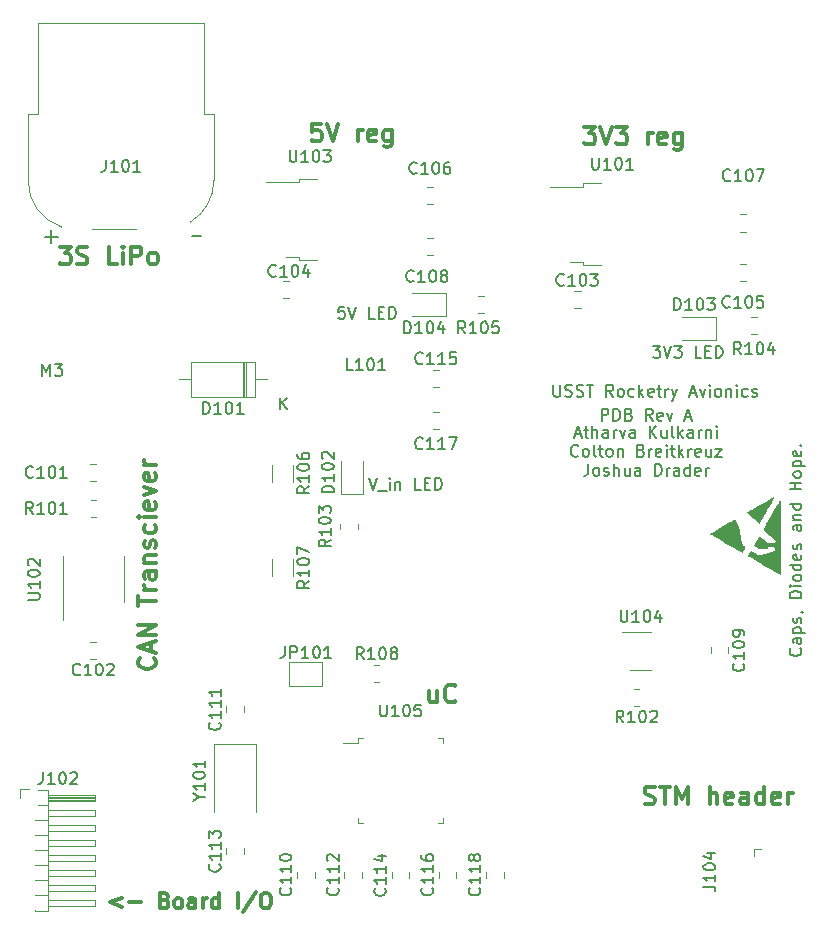
<source format=gbr>
%TF.GenerationSoftware,KiCad,Pcbnew,(6.0.7)*%
%TF.CreationDate,2023-02-12T17:10:21-05:00*%
%TF.ProjectId,PDB,5044422e-6b69-4636-9164-5f7063625858,rev?*%
%TF.SameCoordinates,Original*%
%TF.FileFunction,Legend,Top*%
%TF.FilePolarity,Positive*%
%FSLAX46Y46*%
G04 Gerber Fmt 4.6, Leading zero omitted, Abs format (unit mm)*
G04 Created by KiCad (PCBNEW (6.0.7)) date 2023-02-12 17:10:21*
%MOMM*%
%LPD*%
G01*
G04 APERTURE LIST*
%ADD10C,0.150000*%
%ADD11C,0.300000*%
%ADD12C,0.120000*%
%ADD13C,0.010000*%
G04 APERTURE END LIST*
D10*
X123770190Y-103712666D02*
X124246380Y-103712666D01*
X123674952Y-103998380D02*
X124008285Y-102998380D01*
X124341619Y-103998380D01*
X124532095Y-103331714D02*
X124913047Y-103331714D01*
X124674952Y-102998380D02*
X124674952Y-103855523D01*
X124722571Y-103950761D01*
X124817809Y-103998380D01*
X124913047Y-103998380D01*
X125246380Y-103998380D02*
X125246380Y-102998380D01*
X125674952Y-103998380D02*
X125674952Y-103474571D01*
X125627333Y-103379333D01*
X125532095Y-103331714D01*
X125389238Y-103331714D01*
X125294000Y-103379333D01*
X125246380Y-103426952D01*
X126579714Y-103998380D02*
X126579714Y-103474571D01*
X126532095Y-103379333D01*
X126436857Y-103331714D01*
X126246380Y-103331714D01*
X126151142Y-103379333D01*
X126579714Y-103950761D02*
X126484476Y-103998380D01*
X126246380Y-103998380D01*
X126151142Y-103950761D01*
X126103523Y-103855523D01*
X126103523Y-103760285D01*
X126151142Y-103665047D01*
X126246380Y-103617428D01*
X126484476Y-103617428D01*
X126579714Y-103569809D01*
X127055904Y-103998380D02*
X127055904Y-103331714D01*
X127055904Y-103522190D02*
X127103523Y-103426952D01*
X127151142Y-103379333D01*
X127246380Y-103331714D01*
X127341619Y-103331714D01*
X127579714Y-103331714D02*
X127817809Y-103998380D01*
X128055904Y-103331714D01*
X128865428Y-103998380D02*
X128865428Y-103474571D01*
X128817809Y-103379333D01*
X128722571Y-103331714D01*
X128532095Y-103331714D01*
X128436857Y-103379333D01*
X128865428Y-103950761D02*
X128770190Y-103998380D01*
X128532095Y-103998380D01*
X128436857Y-103950761D01*
X128389238Y-103855523D01*
X128389238Y-103760285D01*
X128436857Y-103665047D01*
X128532095Y-103617428D01*
X128770190Y-103617428D01*
X128865428Y-103569809D01*
X130103523Y-103998380D02*
X130103523Y-102998380D01*
X130674952Y-103998380D02*
X130246380Y-103426952D01*
X130674952Y-102998380D02*
X130103523Y-103569809D01*
X131532095Y-103331714D02*
X131532095Y-103998380D01*
X131103523Y-103331714D02*
X131103523Y-103855523D01*
X131151142Y-103950761D01*
X131246380Y-103998380D01*
X131389238Y-103998380D01*
X131484476Y-103950761D01*
X131532095Y-103903142D01*
X132151142Y-103998380D02*
X132055904Y-103950761D01*
X132008285Y-103855523D01*
X132008285Y-102998380D01*
X132532095Y-103998380D02*
X132532095Y-102998380D01*
X132627333Y-103617428D02*
X132913047Y-103998380D01*
X132913047Y-103331714D02*
X132532095Y-103712666D01*
X133770190Y-103998380D02*
X133770190Y-103474571D01*
X133722571Y-103379333D01*
X133627333Y-103331714D01*
X133436857Y-103331714D01*
X133341619Y-103379333D01*
X133770190Y-103950761D02*
X133674952Y-103998380D01*
X133436857Y-103998380D01*
X133341619Y-103950761D01*
X133294000Y-103855523D01*
X133294000Y-103760285D01*
X133341619Y-103665047D01*
X133436857Y-103617428D01*
X133674952Y-103617428D01*
X133770190Y-103569809D01*
X134246380Y-103998380D02*
X134246380Y-103331714D01*
X134246380Y-103522190D02*
X134294000Y-103426952D01*
X134341619Y-103379333D01*
X134436857Y-103331714D01*
X134532095Y-103331714D01*
X134865428Y-103331714D02*
X134865428Y-103998380D01*
X134865428Y-103426952D02*
X134913047Y-103379333D01*
X135008285Y-103331714D01*
X135151142Y-103331714D01*
X135246380Y-103379333D01*
X135294000Y-103474571D01*
X135294000Y-103998380D01*
X135770190Y-103998380D02*
X135770190Y-103331714D01*
X135770190Y-102998380D02*
X135722571Y-103046000D01*
X135770190Y-103093619D01*
X135817809Y-103046000D01*
X135770190Y-102998380D01*
X135770190Y-103093619D01*
X124055904Y-105513142D02*
X124008285Y-105560761D01*
X123865428Y-105608380D01*
X123770190Y-105608380D01*
X123627333Y-105560761D01*
X123532095Y-105465523D01*
X123484476Y-105370285D01*
X123436857Y-105179809D01*
X123436857Y-105036952D01*
X123484476Y-104846476D01*
X123532095Y-104751238D01*
X123627333Y-104656000D01*
X123770190Y-104608380D01*
X123865428Y-104608380D01*
X124008285Y-104656000D01*
X124055904Y-104703619D01*
X124627333Y-105608380D02*
X124532095Y-105560761D01*
X124484476Y-105513142D01*
X124436857Y-105417904D01*
X124436857Y-105132190D01*
X124484476Y-105036952D01*
X124532095Y-104989333D01*
X124627333Y-104941714D01*
X124770190Y-104941714D01*
X124865428Y-104989333D01*
X124913047Y-105036952D01*
X124960666Y-105132190D01*
X124960666Y-105417904D01*
X124913047Y-105513142D01*
X124865428Y-105560761D01*
X124770190Y-105608380D01*
X124627333Y-105608380D01*
X125532095Y-105608380D02*
X125436857Y-105560761D01*
X125389238Y-105465523D01*
X125389238Y-104608380D01*
X125770190Y-104941714D02*
X126151142Y-104941714D01*
X125913047Y-104608380D02*
X125913047Y-105465523D01*
X125960666Y-105560761D01*
X126055904Y-105608380D01*
X126151142Y-105608380D01*
X126627333Y-105608380D02*
X126532095Y-105560761D01*
X126484476Y-105513142D01*
X126436857Y-105417904D01*
X126436857Y-105132190D01*
X126484476Y-105036952D01*
X126532095Y-104989333D01*
X126627333Y-104941714D01*
X126770190Y-104941714D01*
X126865428Y-104989333D01*
X126913047Y-105036952D01*
X126960666Y-105132190D01*
X126960666Y-105417904D01*
X126913047Y-105513142D01*
X126865428Y-105560761D01*
X126770190Y-105608380D01*
X126627333Y-105608380D01*
X127389238Y-104941714D02*
X127389238Y-105608380D01*
X127389238Y-105036952D02*
X127436857Y-104989333D01*
X127532095Y-104941714D01*
X127674952Y-104941714D01*
X127770190Y-104989333D01*
X127817809Y-105084571D01*
X127817809Y-105608380D01*
X129389238Y-105084571D02*
X129532095Y-105132190D01*
X129579714Y-105179809D01*
X129627333Y-105275047D01*
X129627333Y-105417904D01*
X129579714Y-105513142D01*
X129532095Y-105560761D01*
X129436857Y-105608380D01*
X129055904Y-105608380D01*
X129055904Y-104608380D01*
X129389238Y-104608380D01*
X129484476Y-104656000D01*
X129532095Y-104703619D01*
X129579714Y-104798857D01*
X129579714Y-104894095D01*
X129532095Y-104989333D01*
X129484476Y-105036952D01*
X129389238Y-105084571D01*
X129055904Y-105084571D01*
X130055904Y-105608380D02*
X130055904Y-104941714D01*
X130055904Y-105132190D02*
X130103523Y-105036952D01*
X130151142Y-104989333D01*
X130246380Y-104941714D01*
X130341619Y-104941714D01*
X131055904Y-105560761D02*
X130960666Y-105608380D01*
X130770190Y-105608380D01*
X130674952Y-105560761D01*
X130627333Y-105465523D01*
X130627333Y-105084571D01*
X130674952Y-104989333D01*
X130770190Y-104941714D01*
X130960666Y-104941714D01*
X131055904Y-104989333D01*
X131103523Y-105084571D01*
X131103523Y-105179809D01*
X130627333Y-105275047D01*
X131532095Y-105608380D02*
X131532095Y-104941714D01*
X131532095Y-104608380D02*
X131484476Y-104656000D01*
X131532095Y-104703619D01*
X131579714Y-104656000D01*
X131532095Y-104608380D01*
X131532095Y-104703619D01*
X131865428Y-104941714D02*
X132246380Y-104941714D01*
X132008285Y-104608380D02*
X132008285Y-105465523D01*
X132055904Y-105560761D01*
X132151142Y-105608380D01*
X132246380Y-105608380D01*
X132579714Y-105608380D02*
X132579714Y-104608380D01*
X132674952Y-105227428D02*
X132960666Y-105608380D01*
X132960666Y-104941714D02*
X132579714Y-105322666D01*
X133389238Y-105608380D02*
X133389238Y-104941714D01*
X133389238Y-105132190D02*
X133436857Y-105036952D01*
X133484476Y-104989333D01*
X133579714Y-104941714D01*
X133674952Y-104941714D01*
X134389238Y-105560761D02*
X134294000Y-105608380D01*
X134103523Y-105608380D01*
X134008285Y-105560761D01*
X133960666Y-105465523D01*
X133960666Y-105084571D01*
X134008285Y-104989333D01*
X134103523Y-104941714D01*
X134294000Y-104941714D01*
X134389238Y-104989333D01*
X134436857Y-105084571D01*
X134436857Y-105179809D01*
X133960666Y-105275047D01*
X135294000Y-104941714D02*
X135294000Y-105608380D01*
X134865428Y-104941714D02*
X134865428Y-105465523D01*
X134913047Y-105560761D01*
X135008285Y-105608380D01*
X135151142Y-105608380D01*
X135246380Y-105560761D01*
X135294000Y-105513142D01*
X135674952Y-104941714D02*
X136198761Y-104941714D01*
X135674952Y-105608380D01*
X136198761Y-105608380D01*
X124889238Y-106218380D02*
X124889238Y-106932666D01*
X124841619Y-107075523D01*
X124746380Y-107170761D01*
X124603523Y-107218380D01*
X124508285Y-107218380D01*
X125508285Y-107218380D02*
X125413047Y-107170761D01*
X125365428Y-107123142D01*
X125317809Y-107027904D01*
X125317809Y-106742190D01*
X125365428Y-106646952D01*
X125413047Y-106599333D01*
X125508285Y-106551714D01*
X125651142Y-106551714D01*
X125746380Y-106599333D01*
X125794000Y-106646952D01*
X125841619Y-106742190D01*
X125841619Y-107027904D01*
X125794000Y-107123142D01*
X125746380Y-107170761D01*
X125651142Y-107218380D01*
X125508285Y-107218380D01*
X126222571Y-107170761D02*
X126317809Y-107218380D01*
X126508285Y-107218380D01*
X126603523Y-107170761D01*
X126651142Y-107075523D01*
X126651142Y-107027904D01*
X126603523Y-106932666D01*
X126508285Y-106885047D01*
X126365428Y-106885047D01*
X126270190Y-106837428D01*
X126222571Y-106742190D01*
X126222571Y-106694571D01*
X126270190Y-106599333D01*
X126365428Y-106551714D01*
X126508285Y-106551714D01*
X126603523Y-106599333D01*
X127079714Y-107218380D02*
X127079714Y-106218380D01*
X127508285Y-107218380D02*
X127508285Y-106694571D01*
X127460666Y-106599333D01*
X127365428Y-106551714D01*
X127222571Y-106551714D01*
X127127333Y-106599333D01*
X127079714Y-106646952D01*
X128413047Y-106551714D02*
X128413047Y-107218380D01*
X127984476Y-106551714D02*
X127984476Y-107075523D01*
X128032095Y-107170761D01*
X128127333Y-107218380D01*
X128270190Y-107218380D01*
X128365428Y-107170761D01*
X128413047Y-107123142D01*
X129317809Y-107218380D02*
X129317809Y-106694571D01*
X129270190Y-106599333D01*
X129174952Y-106551714D01*
X128984476Y-106551714D01*
X128889238Y-106599333D01*
X129317809Y-107170761D02*
X129222571Y-107218380D01*
X128984476Y-107218380D01*
X128889238Y-107170761D01*
X128841619Y-107075523D01*
X128841619Y-106980285D01*
X128889238Y-106885047D01*
X128984476Y-106837428D01*
X129222571Y-106837428D01*
X129317809Y-106789809D01*
X130555904Y-107218380D02*
X130555904Y-106218380D01*
X130794000Y-106218380D01*
X130936857Y-106266000D01*
X131032095Y-106361238D01*
X131079714Y-106456476D01*
X131127333Y-106646952D01*
X131127333Y-106789809D01*
X131079714Y-106980285D01*
X131032095Y-107075523D01*
X130936857Y-107170761D01*
X130794000Y-107218380D01*
X130555904Y-107218380D01*
X131555904Y-107218380D02*
X131555904Y-106551714D01*
X131555904Y-106742190D02*
X131603523Y-106646952D01*
X131651142Y-106599333D01*
X131746380Y-106551714D01*
X131841619Y-106551714D01*
X132603523Y-107218380D02*
X132603523Y-106694571D01*
X132555904Y-106599333D01*
X132460666Y-106551714D01*
X132270190Y-106551714D01*
X132174952Y-106599333D01*
X132603523Y-107170761D02*
X132508285Y-107218380D01*
X132270190Y-107218380D01*
X132174952Y-107170761D01*
X132127333Y-107075523D01*
X132127333Y-106980285D01*
X132174952Y-106885047D01*
X132270190Y-106837428D01*
X132508285Y-106837428D01*
X132603523Y-106789809D01*
X133508285Y-107218380D02*
X133508285Y-106218380D01*
X133508285Y-107170761D02*
X133413047Y-107218380D01*
X133222571Y-107218380D01*
X133127333Y-107170761D01*
X133079714Y-107123142D01*
X133032095Y-107027904D01*
X133032095Y-106742190D01*
X133079714Y-106646952D01*
X133127333Y-106599333D01*
X133222571Y-106551714D01*
X133413047Y-106551714D01*
X133508285Y-106599333D01*
X134365428Y-107170761D02*
X134270190Y-107218380D01*
X134079714Y-107218380D01*
X133984476Y-107170761D01*
X133936857Y-107075523D01*
X133936857Y-106694571D01*
X133984476Y-106599333D01*
X134079714Y-106551714D01*
X134270190Y-106551714D01*
X134365428Y-106599333D01*
X134413047Y-106694571D01*
X134413047Y-106789809D01*
X133936857Y-106885047D01*
X134841619Y-107218380D02*
X134841619Y-106551714D01*
X134841619Y-106742190D02*
X134889238Y-106646952D01*
X134936857Y-106599333D01*
X135032095Y-106551714D01*
X135127333Y-106551714D01*
D11*
X85397904Y-142977428D02*
X84407428Y-143348857D01*
X85397904Y-143720285D01*
X86016952Y-143348857D02*
X87007428Y-143348857D01*
X89050285Y-143163142D02*
X89236000Y-143225047D01*
X89297904Y-143286952D01*
X89359809Y-143410761D01*
X89359809Y-143596476D01*
X89297904Y-143720285D01*
X89236000Y-143782190D01*
X89112190Y-143844095D01*
X88616952Y-143844095D01*
X88616952Y-142544095D01*
X89050285Y-142544095D01*
X89174095Y-142606000D01*
X89236000Y-142667904D01*
X89297904Y-142791714D01*
X89297904Y-142915523D01*
X89236000Y-143039333D01*
X89174095Y-143101238D01*
X89050285Y-143163142D01*
X88616952Y-143163142D01*
X90102666Y-143844095D02*
X89978857Y-143782190D01*
X89916952Y-143720285D01*
X89855047Y-143596476D01*
X89855047Y-143225047D01*
X89916952Y-143101238D01*
X89978857Y-143039333D01*
X90102666Y-142977428D01*
X90288380Y-142977428D01*
X90412190Y-143039333D01*
X90474095Y-143101238D01*
X90536000Y-143225047D01*
X90536000Y-143596476D01*
X90474095Y-143720285D01*
X90412190Y-143782190D01*
X90288380Y-143844095D01*
X90102666Y-143844095D01*
X91650285Y-143844095D02*
X91650285Y-143163142D01*
X91588380Y-143039333D01*
X91464571Y-142977428D01*
X91216952Y-142977428D01*
X91093142Y-143039333D01*
X91650285Y-143782190D02*
X91526476Y-143844095D01*
X91216952Y-143844095D01*
X91093142Y-143782190D01*
X91031238Y-143658380D01*
X91031238Y-143534571D01*
X91093142Y-143410761D01*
X91216952Y-143348857D01*
X91526476Y-143348857D01*
X91650285Y-143286952D01*
X92269333Y-143844095D02*
X92269333Y-142977428D01*
X92269333Y-143225047D02*
X92331238Y-143101238D01*
X92393142Y-143039333D01*
X92516952Y-142977428D01*
X92640761Y-142977428D01*
X93631238Y-143844095D02*
X93631238Y-142544095D01*
X93631238Y-143782190D02*
X93507428Y-143844095D01*
X93259809Y-143844095D01*
X93136000Y-143782190D01*
X93074095Y-143720285D01*
X93012190Y-143596476D01*
X93012190Y-143225047D01*
X93074095Y-143101238D01*
X93136000Y-143039333D01*
X93259809Y-142977428D01*
X93507428Y-142977428D01*
X93631238Y-143039333D01*
X95240761Y-143844095D02*
X95240761Y-142544095D01*
X96788380Y-142482190D02*
X95674095Y-144153619D01*
X97469333Y-142544095D02*
X97716952Y-142544095D01*
X97840761Y-142606000D01*
X97964571Y-142729809D01*
X98026476Y-142977428D01*
X98026476Y-143410761D01*
X97964571Y-143658380D01*
X97840761Y-143782190D01*
X97716952Y-143844095D01*
X97469333Y-143844095D01*
X97345523Y-143782190D01*
X97221714Y-143658380D01*
X97159809Y-143410761D01*
X97159809Y-142977428D01*
X97221714Y-142729809D01*
X97345523Y-142606000D01*
X97469333Y-142544095D01*
X124563714Y-77664571D02*
X125492285Y-77664571D01*
X124992285Y-78236000D01*
X125206571Y-78236000D01*
X125349428Y-78307428D01*
X125420857Y-78378857D01*
X125492285Y-78521714D01*
X125492285Y-78878857D01*
X125420857Y-79021714D01*
X125349428Y-79093142D01*
X125206571Y-79164571D01*
X124778000Y-79164571D01*
X124635142Y-79093142D01*
X124563714Y-79021714D01*
X125920857Y-77664571D02*
X126420857Y-79164571D01*
X126920857Y-77664571D01*
X127278000Y-77664571D02*
X128206571Y-77664571D01*
X127706571Y-78236000D01*
X127920857Y-78236000D01*
X128063714Y-78307428D01*
X128135142Y-78378857D01*
X128206571Y-78521714D01*
X128206571Y-78878857D01*
X128135142Y-79021714D01*
X128063714Y-79093142D01*
X127920857Y-79164571D01*
X127492285Y-79164571D01*
X127349428Y-79093142D01*
X127278000Y-79021714D01*
X129992285Y-79164571D02*
X129992285Y-78164571D01*
X129992285Y-78450285D02*
X130063714Y-78307428D01*
X130135142Y-78236000D01*
X130278000Y-78164571D01*
X130420857Y-78164571D01*
X131492285Y-79093142D02*
X131349428Y-79164571D01*
X131063714Y-79164571D01*
X130920857Y-79093142D01*
X130849428Y-78950285D01*
X130849428Y-78378857D01*
X130920857Y-78236000D01*
X131063714Y-78164571D01*
X131349428Y-78164571D01*
X131492285Y-78236000D01*
X131563714Y-78378857D01*
X131563714Y-78521714D01*
X130849428Y-78664571D01*
X132849428Y-78164571D02*
X132849428Y-79378857D01*
X132778000Y-79521714D01*
X132706571Y-79593142D01*
X132563714Y-79664571D01*
X132349428Y-79664571D01*
X132206571Y-79593142D01*
X132849428Y-79093142D02*
X132706571Y-79164571D01*
X132420857Y-79164571D01*
X132278000Y-79093142D01*
X132206571Y-79021714D01*
X132135142Y-78878857D01*
X132135142Y-78450285D01*
X132206571Y-78307428D01*
X132278000Y-78236000D01*
X132420857Y-78164571D01*
X132706571Y-78164571D01*
X132849428Y-78236000D01*
X80149428Y-87824571D02*
X81078000Y-87824571D01*
X80578000Y-88396000D01*
X80792285Y-88396000D01*
X80935142Y-88467428D01*
X81006571Y-88538857D01*
X81078000Y-88681714D01*
X81078000Y-89038857D01*
X81006571Y-89181714D01*
X80935142Y-89253142D01*
X80792285Y-89324571D01*
X80363714Y-89324571D01*
X80220857Y-89253142D01*
X80149428Y-89181714D01*
X81649428Y-89253142D02*
X81863714Y-89324571D01*
X82220857Y-89324571D01*
X82363714Y-89253142D01*
X82435142Y-89181714D01*
X82506571Y-89038857D01*
X82506571Y-88896000D01*
X82435142Y-88753142D01*
X82363714Y-88681714D01*
X82220857Y-88610285D01*
X81935142Y-88538857D01*
X81792285Y-88467428D01*
X81720857Y-88396000D01*
X81649428Y-88253142D01*
X81649428Y-88110285D01*
X81720857Y-87967428D01*
X81792285Y-87896000D01*
X81935142Y-87824571D01*
X82292285Y-87824571D01*
X82506571Y-87896000D01*
X85006571Y-89324571D02*
X84292285Y-89324571D01*
X84292285Y-87824571D01*
X85506571Y-89324571D02*
X85506571Y-88324571D01*
X85506571Y-87824571D02*
X85435142Y-87896000D01*
X85506571Y-87967428D01*
X85578000Y-87896000D01*
X85506571Y-87824571D01*
X85506571Y-87967428D01*
X86220857Y-89324571D02*
X86220857Y-87824571D01*
X86792285Y-87824571D01*
X86935142Y-87896000D01*
X87006571Y-87967428D01*
X87078000Y-88110285D01*
X87078000Y-88324571D01*
X87006571Y-88467428D01*
X86935142Y-88538857D01*
X86792285Y-88610285D01*
X86220857Y-88610285D01*
X87935142Y-89324571D02*
X87792285Y-89253142D01*
X87720857Y-89181714D01*
X87649428Y-89038857D01*
X87649428Y-88610285D01*
X87720857Y-88467428D01*
X87792285Y-88396000D01*
X87935142Y-88324571D01*
X88149428Y-88324571D01*
X88292285Y-88396000D01*
X88363714Y-88467428D01*
X88435142Y-88610285D01*
X88435142Y-89038857D01*
X88363714Y-89181714D01*
X88292285Y-89253142D01*
X88149428Y-89324571D01*
X87935142Y-89324571D01*
D10*
X121960761Y-99528380D02*
X121960761Y-100337904D01*
X122008380Y-100433142D01*
X122055999Y-100480761D01*
X122151238Y-100528380D01*
X122341714Y-100528380D01*
X122436952Y-100480761D01*
X122484571Y-100433142D01*
X122532190Y-100337904D01*
X122532190Y-99528380D01*
X122960761Y-100480761D02*
X123103619Y-100528380D01*
X123341714Y-100528380D01*
X123436952Y-100480761D01*
X123484571Y-100433142D01*
X123532190Y-100337904D01*
X123532190Y-100242666D01*
X123484571Y-100147428D01*
X123436952Y-100099809D01*
X123341714Y-100052190D01*
X123151238Y-100004571D01*
X123055999Y-99956952D01*
X123008380Y-99909333D01*
X122960761Y-99814095D01*
X122960761Y-99718857D01*
X123008380Y-99623619D01*
X123055999Y-99576000D01*
X123151238Y-99528380D01*
X123389333Y-99528380D01*
X123532190Y-99576000D01*
X123913142Y-100480761D02*
X124055999Y-100528380D01*
X124294095Y-100528380D01*
X124389333Y-100480761D01*
X124436952Y-100433142D01*
X124484571Y-100337904D01*
X124484571Y-100242666D01*
X124436952Y-100147428D01*
X124389333Y-100099809D01*
X124294095Y-100052190D01*
X124103619Y-100004571D01*
X124008380Y-99956952D01*
X123960761Y-99909333D01*
X123913142Y-99814095D01*
X123913142Y-99718857D01*
X123960761Y-99623619D01*
X124008380Y-99576000D01*
X124103619Y-99528380D01*
X124341714Y-99528380D01*
X124484571Y-99576000D01*
X124770285Y-99528380D02*
X125341714Y-99528380D01*
X125055999Y-100528380D02*
X125055999Y-99528380D01*
X127008380Y-100528380D02*
X126675047Y-100052190D01*
X126436952Y-100528380D02*
X126436952Y-99528380D01*
X126817904Y-99528380D01*
X126913142Y-99576000D01*
X126960761Y-99623619D01*
X127008380Y-99718857D01*
X127008380Y-99861714D01*
X126960761Y-99956952D01*
X126913142Y-100004571D01*
X126817904Y-100052190D01*
X126436952Y-100052190D01*
X127579809Y-100528380D02*
X127484571Y-100480761D01*
X127436952Y-100433142D01*
X127389333Y-100337904D01*
X127389333Y-100052190D01*
X127436952Y-99956952D01*
X127484571Y-99909333D01*
X127579809Y-99861714D01*
X127722666Y-99861714D01*
X127817904Y-99909333D01*
X127865523Y-99956952D01*
X127913142Y-100052190D01*
X127913142Y-100337904D01*
X127865523Y-100433142D01*
X127817904Y-100480761D01*
X127722666Y-100528380D01*
X127579809Y-100528380D01*
X128770285Y-100480761D02*
X128675047Y-100528380D01*
X128484571Y-100528380D01*
X128389333Y-100480761D01*
X128341714Y-100433142D01*
X128294095Y-100337904D01*
X128294095Y-100052190D01*
X128341714Y-99956952D01*
X128389333Y-99909333D01*
X128484571Y-99861714D01*
X128675047Y-99861714D01*
X128770285Y-99909333D01*
X129198857Y-100528380D02*
X129198857Y-99528380D01*
X129294095Y-100147428D02*
X129579809Y-100528380D01*
X129579809Y-99861714D02*
X129198857Y-100242666D01*
X130389333Y-100480761D02*
X130294095Y-100528380D01*
X130103619Y-100528380D01*
X130008380Y-100480761D01*
X129960761Y-100385523D01*
X129960761Y-100004571D01*
X130008380Y-99909333D01*
X130103619Y-99861714D01*
X130294095Y-99861714D01*
X130389333Y-99909333D01*
X130436952Y-100004571D01*
X130436952Y-100099809D01*
X129960761Y-100195047D01*
X130722666Y-99861714D02*
X131103619Y-99861714D01*
X130865523Y-99528380D02*
X130865523Y-100385523D01*
X130913142Y-100480761D01*
X131008380Y-100528380D01*
X131103619Y-100528380D01*
X131436952Y-100528380D02*
X131436952Y-99861714D01*
X131436952Y-100052190D02*
X131484571Y-99956952D01*
X131532190Y-99909333D01*
X131627428Y-99861714D01*
X131722666Y-99861714D01*
X131960761Y-99861714D02*
X132198857Y-100528380D01*
X132436952Y-99861714D02*
X132198857Y-100528380D01*
X132103619Y-100766476D01*
X132055999Y-100814095D01*
X131960761Y-100861714D01*
X133532190Y-100242666D02*
X134008380Y-100242666D01*
X133436952Y-100528380D02*
X133770285Y-99528380D01*
X134103619Y-100528380D01*
X134341714Y-99861714D02*
X134579809Y-100528380D01*
X134817904Y-99861714D01*
X135198857Y-100528380D02*
X135198857Y-99861714D01*
X135198857Y-99528380D02*
X135151238Y-99576000D01*
X135198857Y-99623619D01*
X135246476Y-99576000D01*
X135198857Y-99528380D01*
X135198857Y-99623619D01*
X135817904Y-100528380D02*
X135722666Y-100480761D01*
X135675047Y-100433142D01*
X135627428Y-100337904D01*
X135627428Y-100052190D01*
X135675047Y-99956952D01*
X135722666Y-99909333D01*
X135817904Y-99861714D01*
X135960761Y-99861714D01*
X136056000Y-99909333D01*
X136103619Y-99956952D01*
X136151238Y-100052190D01*
X136151238Y-100337904D01*
X136103619Y-100433142D01*
X136056000Y-100480761D01*
X135960761Y-100528380D01*
X135817904Y-100528380D01*
X136579809Y-99861714D02*
X136579809Y-100528380D01*
X136579809Y-99956952D02*
X136627428Y-99909333D01*
X136722666Y-99861714D01*
X136865523Y-99861714D01*
X136960761Y-99909333D01*
X137008380Y-100004571D01*
X137008380Y-100528380D01*
X137484571Y-100528380D02*
X137484571Y-99861714D01*
X137484571Y-99528380D02*
X137436952Y-99576000D01*
X137484571Y-99623619D01*
X137532190Y-99576000D01*
X137484571Y-99528380D01*
X137484571Y-99623619D01*
X138389333Y-100480761D02*
X138294095Y-100528380D01*
X138103619Y-100528380D01*
X138008380Y-100480761D01*
X137960761Y-100433142D01*
X137913142Y-100337904D01*
X137913142Y-100052190D01*
X137960761Y-99956952D01*
X138008380Y-99909333D01*
X138103619Y-99861714D01*
X138294095Y-99861714D01*
X138389333Y-99909333D01*
X138770285Y-100480761D02*
X138865523Y-100528380D01*
X139056000Y-100528380D01*
X139151238Y-100480761D01*
X139198857Y-100385523D01*
X139198857Y-100337904D01*
X139151238Y-100242666D01*
X139056000Y-100195047D01*
X138913142Y-100195047D01*
X138817904Y-100147428D01*
X138770285Y-100052190D01*
X138770285Y-100004571D01*
X138817904Y-99909333D01*
X138913142Y-99861714D01*
X139056000Y-99861714D01*
X139151238Y-99909333D01*
X130373809Y-96226380D02*
X130992857Y-96226380D01*
X130659523Y-96607333D01*
X130802380Y-96607333D01*
X130897619Y-96654952D01*
X130945238Y-96702571D01*
X130992857Y-96797809D01*
X130992857Y-97035904D01*
X130945238Y-97131142D01*
X130897619Y-97178761D01*
X130802380Y-97226380D01*
X130516666Y-97226380D01*
X130421428Y-97178761D01*
X130373809Y-97131142D01*
X131278571Y-96226380D02*
X131611904Y-97226380D01*
X131945238Y-96226380D01*
X132183333Y-96226380D02*
X132802380Y-96226380D01*
X132469047Y-96607333D01*
X132611904Y-96607333D01*
X132707142Y-96654952D01*
X132754761Y-96702571D01*
X132802380Y-96797809D01*
X132802380Y-97035904D01*
X132754761Y-97131142D01*
X132707142Y-97178761D01*
X132611904Y-97226380D01*
X132326190Y-97226380D01*
X132230952Y-97178761D01*
X132183333Y-97131142D01*
X134469047Y-97226380D02*
X133992857Y-97226380D01*
X133992857Y-96226380D01*
X134802380Y-96702571D02*
X135135714Y-96702571D01*
X135278571Y-97226380D02*
X134802380Y-97226380D01*
X134802380Y-96226380D01*
X135278571Y-96226380D01*
X135707142Y-97226380D02*
X135707142Y-96226380D01*
X135945238Y-96226380D01*
X136088095Y-96274000D01*
X136183333Y-96369238D01*
X136230952Y-96464476D01*
X136278571Y-96654952D01*
X136278571Y-96797809D01*
X136230952Y-96988285D01*
X136183333Y-97083523D01*
X136088095Y-97178761D01*
X135945238Y-97226380D01*
X135707142Y-97226380D01*
D11*
X112093428Y-125408571D02*
X112093428Y-126408571D01*
X111450571Y-125408571D02*
X111450571Y-126194285D01*
X111522000Y-126337142D01*
X111664857Y-126408571D01*
X111879142Y-126408571D01*
X112022000Y-126337142D01*
X112093428Y-126265714D01*
X113664857Y-126265714D02*
X113593428Y-126337142D01*
X113379142Y-126408571D01*
X113236285Y-126408571D01*
X113022000Y-126337142D01*
X112879142Y-126194285D01*
X112807714Y-126051428D01*
X112736285Y-125765714D01*
X112736285Y-125551428D01*
X112807714Y-125265714D01*
X112879142Y-125122857D01*
X113022000Y-124980000D01*
X113236285Y-124908571D01*
X113379142Y-124908571D01*
X113593428Y-124980000D01*
X113664857Y-125051428D01*
X88165714Y-122665142D02*
X88237142Y-122736571D01*
X88308571Y-122950857D01*
X88308571Y-123093714D01*
X88237142Y-123308000D01*
X88094285Y-123450857D01*
X87951428Y-123522285D01*
X87665714Y-123593714D01*
X87451428Y-123593714D01*
X87165714Y-123522285D01*
X87022857Y-123450857D01*
X86880000Y-123308000D01*
X86808571Y-123093714D01*
X86808571Y-122950857D01*
X86880000Y-122736571D01*
X86951428Y-122665142D01*
X87880000Y-122093714D02*
X87880000Y-121379428D01*
X88308571Y-122236571D02*
X86808571Y-121736571D01*
X88308571Y-121236571D01*
X88308571Y-120736571D02*
X86808571Y-120736571D01*
X88308571Y-119879428D01*
X86808571Y-119879428D01*
X86808571Y-118236571D02*
X86808571Y-117379428D01*
X88308571Y-117808000D02*
X86808571Y-117808000D01*
X88308571Y-116879428D02*
X87308571Y-116879428D01*
X87594285Y-116879428D02*
X87451428Y-116808000D01*
X87380000Y-116736571D01*
X87308571Y-116593714D01*
X87308571Y-116450857D01*
X88308571Y-115308000D02*
X87522857Y-115308000D01*
X87380000Y-115379428D01*
X87308571Y-115522285D01*
X87308571Y-115808000D01*
X87380000Y-115950857D01*
X88237142Y-115308000D02*
X88308571Y-115450857D01*
X88308571Y-115808000D01*
X88237142Y-115950857D01*
X88094285Y-116022285D01*
X87951428Y-116022285D01*
X87808571Y-115950857D01*
X87737142Y-115808000D01*
X87737142Y-115450857D01*
X87665714Y-115308000D01*
X87308571Y-114593714D02*
X88308571Y-114593714D01*
X87451428Y-114593714D02*
X87380000Y-114522285D01*
X87308571Y-114379428D01*
X87308571Y-114165142D01*
X87380000Y-114022285D01*
X87522857Y-113950857D01*
X88308571Y-113950857D01*
X88237142Y-113308000D02*
X88308571Y-113165142D01*
X88308571Y-112879428D01*
X88237142Y-112736571D01*
X88094285Y-112665142D01*
X88022857Y-112665142D01*
X87880000Y-112736571D01*
X87808571Y-112879428D01*
X87808571Y-113093714D01*
X87737142Y-113236571D01*
X87594285Y-113308000D01*
X87522857Y-113308000D01*
X87380000Y-113236571D01*
X87308571Y-113093714D01*
X87308571Y-112879428D01*
X87380000Y-112736571D01*
X88237142Y-111379428D02*
X88308571Y-111522285D01*
X88308571Y-111808000D01*
X88237142Y-111950857D01*
X88165714Y-112022285D01*
X88022857Y-112093714D01*
X87594285Y-112093714D01*
X87451428Y-112022285D01*
X87380000Y-111950857D01*
X87308571Y-111808000D01*
X87308571Y-111522285D01*
X87380000Y-111379428D01*
X88308571Y-110736571D02*
X87308571Y-110736571D01*
X86808571Y-110736571D02*
X86880000Y-110808000D01*
X86951428Y-110736571D01*
X86880000Y-110665142D01*
X86808571Y-110736571D01*
X86951428Y-110736571D01*
X88237142Y-109450857D02*
X88308571Y-109593714D01*
X88308571Y-109879428D01*
X88237142Y-110022285D01*
X88094285Y-110093714D01*
X87522857Y-110093714D01*
X87380000Y-110022285D01*
X87308571Y-109879428D01*
X87308571Y-109593714D01*
X87380000Y-109450857D01*
X87522857Y-109379428D01*
X87665714Y-109379428D01*
X87808571Y-110093714D01*
X87308571Y-108879428D02*
X88308571Y-108522285D01*
X87308571Y-108165142D01*
X88237142Y-107022285D02*
X88308571Y-107165142D01*
X88308571Y-107450857D01*
X88237142Y-107593714D01*
X88094285Y-107665142D01*
X87522857Y-107665142D01*
X87380000Y-107593714D01*
X87308571Y-107450857D01*
X87308571Y-107165142D01*
X87380000Y-107022285D01*
X87522857Y-106950857D01*
X87665714Y-106950857D01*
X87808571Y-107665142D01*
X88308571Y-106308000D02*
X87308571Y-106308000D01*
X87594285Y-106308000D02*
X87451428Y-106236571D01*
X87380000Y-106165142D01*
X87308571Y-106022285D01*
X87308571Y-105879428D01*
D10*
X104243428Y-92924380D02*
X103767238Y-92924380D01*
X103719619Y-93400571D01*
X103767238Y-93352952D01*
X103862476Y-93305333D01*
X104100571Y-93305333D01*
X104195809Y-93352952D01*
X104243428Y-93400571D01*
X104291047Y-93495809D01*
X104291047Y-93733904D01*
X104243428Y-93829142D01*
X104195809Y-93876761D01*
X104100571Y-93924380D01*
X103862476Y-93924380D01*
X103767238Y-93876761D01*
X103719619Y-93829142D01*
X104576761Y-92924380D02*
X104910095Y-93924380D01*
X105243428Y-92924380D01*
X106814857Y-93924380D02*
X106338666Y-93924380D01*
X106338666Y-92924380D01*
X107148190Y-93400571D02*
X107481523Y-93400571D01*
X107624380Y-93924380D02*
X107148190Y-93924380D01*
X107148190Y-92924380D01*
X107624380Y-92924380D01*
X108052952Y-93924380D02*
X108052952Y-92924380D01*
X108291047Y-92924380D01*
X108433904Y-92972000D01*
X108529142Y-93067238D01*
X108576761Y-93162476D01*
X108624380Y-93352952D01*
X108624380Y-93495809D01*
X108576761Y-93686285D01*
X108529142Y-93781523D01*
X108433904Y-93876761D01*
X108291047Y-93924380D01*
X108052952Y-93924380D01*
X126032095Y-102560380D02*
X126032095Y-101560380D01*
X126413047Y-101560380D01*
X126508285Y-101608000D01*
X126555904Y-101655619D01*
X126603523Y-101750857D01*
X126603523Y-101893714D01*
X126555904Y-101988952D01*
X126508285Y-102036571D01*
X126413047Y-102084190D01*
X126032095Y-102084190D01*
X127032095Y-102560380D02*
X127032095Y-101560380D01*
X127270190Y-101560380D01*
X127413047Y-101608000D01*
X127508285Y-101703238D01*
X127555904Y-101798476D01*
X127603523Y-101988952D01*
X127603523Y-102131809D01*
X127555904Y-102322285D01*
X127508285Y-102417523D01*
X127413047Y-102512761D01*
X127270190Y-102560380D01*
X127032095Y-102560380D01*
X128365428Y-102036571D02*
X128508285Y-102084190D01*
X128555904Y-102131809D01*
X128603523Y-102227047D01*
X128603523Y-102369904D01*
X128555904Y-102465142D01*
X128508285Y-102512761D01*
X128413047Y-102560380D01*
X128032095Y-102560380D01*
X128032095Y-101560380D01*
X128365428Y-101560380D01*
X128460666Y-101608000D01*
X128508285Y-101655619D01*
X128555904Y-101750857D01*
X128555904Y-101846095D01*
X128508285Y-101941333D01*
X128460666Y-101988952D01*
X128365428Y-102036571D01*
X128032095Y-102036571D01*
X130365428Y-102560380D02*
X130032095Y-102084190D01*
X129794000Y-102560380D02*
X129794000Y-101560380D01*
X130174952Y-101560380D01*
X130270190Y-101608000D01*
X130317809Y-101655619D01*
X130365428Y-101750857D01*
X130365428Y-101893714D01*
X130317809Y-101988952D01*
X130270190Y-102036571D01*
X130174952Y-102084190D01*
X129794000Y-102084190D01*
X131174952Y-102512761D02*
X131079714Y-102560380D01*
X130889238Y-102560380D01*
X130794000Y-102512761D01*
X130746380Y-102417523D01*
X130746380Y-102036571D01*
X130794000Y-101941333D01*
X130889238Y-101893714D01*
X131079714Y-101893714D01*
X131174952Y-101941333D01*
X131222571Y-102036571D01*
X131222571Y-102131809D01*
X130746380Y-102227047D01*
X131555904Y-101893714D02*
X131794000Y-102560380D01*
X132032095Y-101893714D01*
X133127333Y-102274666D02*
X133603523Y-102274666D01*
X133032095Y-102560380D02*
X133365428Y-101560380D01*
X133698761Y-102560380D01*
D11*
X102259142Y-77410571D02*
X101544857Y-77410571D01*
X101473428Y-78124857D01*
X101544857Y-78053428D01*
X101687714Y-77982000D01*
X102044857Y-77982000D01*
X102187714Y-78053428D01*
X102259142Y-78124857D01*
X102330571Y-78267714D01*
X102330571Y-78624857D01*
X102259142Y-78767714D01*
X102187714Y-78839142D01*
X102044857Y-78910571D01*
X101687714Y-78910571D01*
X101544857Y-78839142D01*
X101473428Y-78767714D01*
X102759142Y-77410571D02*
X103259142Y-78910571D01*
X103759142Y-77410571D01*
X105402000Y-78910571D02*
X105402000Y-77910571D01*
X105402000Y-78196285D02*
X105473428Y-78053428D01*
X105544857Y-77982000D01*
X105687714Y-77910571D01*
X105830571Y-77910571D01*
X106902000Y-78839142D02*
X106759142Y-78910571D01*
X106473428Y-78910571D01*
X106330571Y-78839142D01*
X106259142Y-78696285D01*
X106259142Y-78124857D01*
X106330571Y-77982000D01*
X106473428Y-77910571D01*
X106759142Y-77910571D01*
X106902000Y-77982000D01*
X106973428Y-78124857D01*
X106973428Y-78267714D01*
X106259142Y-78410571D01*
X108259142Y-77910571D02*
X108259142Y-79124857D01*
X108187714Y-79267714D01*
X108116285Y-79339142D01*
X107973428Y-79410571D01*
X107759142Y-79410571D01*
X107616285Y-79339142D01*
X108259142Y-78839142D02*
X108116285Y-78910571D01*
X107830571Y-78910571D01*
X107687714Y-78839142D01*
X107616285Y-78767714D01*
X107544857Y-78624857D01*
X107544857Y-78196285D01*
X107616285Y-78053428D01*
X107687714Y-77982000D01*
X107830571Y-77910571D01*
X108116285Y-77910571D01*
X108259142Y-77982000D01*
D10*
X106331142Y-107402380D02*
X106664476Y-108402380D01*
X106997809Y-107402380D01*
X107093047Y-108497619D02*
X107854952Y-108497619D01*
X108093047Y-108402380D02*
X108093047Y-107735714D01*
X108093047Y-107402380D02*
X108045428Y-107450000D01*
X108093047Y-107497619D01*
X108140666Y-107450000D01*
X108093047Y-107402380D01*
X108093047Y-107497619D01*
X108569238Y-107735714D02*
X108569238Y-108402380D01*
X108569238Y-107830952D02*
X108616857Y-107783333D01*
X108712095Y-107735714D01*
X108854952Y-107735714D01*
X108950190Y-107783333D01*
X108997809Y-107878571D01*
X108997809Y-108402380D01*
X110712095Y-108402380D02*
X110235904Y-108402380D01*
X110235904Y-107402380D01*
X111045428Y-107878571D02*
X111378761Y-107878571D01*
X111521619Y-108402380D02*
X111045428Y-108402380D01*
X111045428Y-107402380D01*
X111521619Y-107402380D01*
X111950190Y-108402380D02*
X111950190Y-107402380D01*
X112188285Y-107402380D01*
X112331142Y-107450000D01*
X112426380Y-107545238D01*
X112474000Y-107640476D01*
X112521619Y-107830952D01*
X112521619Y-107973809D01*
X112474000Y-108164285D01*
X112426380Y-108259523D01*
X112331142Y-108354761D01*
X112188285Y-108402380D01*
X111950190Y-108402380D01*
X142851142Y-121847523D02*
X142898761Y-121895142D01*
X142946380Y-122038000D01*
X142946380Y-122133238D01*
X142898761Y-122276095D01*
X142803523Y-122371333D01*
X142708285Y-122418952D01*
X142517809Y-122466571D01*
X142374952Y-122466571D01*
X142184476Y-122418952D01*
X142089238Y-122371333D01*
X141994000Y-122276095D01*
X141946380Y-122133238D01*
X141946380Y-122038000D01*
X141994000Y-121895142D01*
X142041619Y-121847523D01*
X142946380Y-120990380D02*
X142422571Y-120990380D01*
X142327333Y-121038000D01*
X142279714Y-121133238D01*
X142279714Y-121323714D01*
X142327333Y-121418952D01*
X142898761Y-120990380D02*
X142946380Y-121085619D01*
X142946380Y-121323714D01*
X142898761Y-121418952D01*
X142803523Y-121466571D01*
X142708285Y-121466571D01*
X142613047Y-121418952D01*
X142565428Y-121323714D01*
X142565428Y-121085619D01*
X142517809Y-120990380D01*
X142279714Y-120514190D02*
X143279714Y-120514190D01*
X142327333Y-120514190D02*
X142279714Y-120418952D01*
X142279714Y-120228476D01*
X142327333Y-120133238D01*
X142374952Y-120085619D01*
X142470190Y-120038000D01*
X142755904Y-120038000D01*
X142851142Y-120085619D01*
X142898761Y-120133238D01*
X142946380Y-120228476D01*
X142946380Y-120418952D01*
X142898761Y-120514190D01*
X142898761Y-119657047D02*
X142946380Y-119561809D01*
X142946380Y-119371333D01*
X142898761Y-119276095D01*
X142803523Y-119228476D01*
X142755904Y-119228476D01*
X142660666Y-119276095D01*
X142613047Y-119371333D01*
X142613047Y-119514190D01*
X142565428Y-119609428D01*
X142470190Y-119657047D01*
X142422571Y-119657047D01*
X142327333Y-119609428D01*
X142279714Y-119514190D01*
X142279714Y-119371333D01*
X142327333Y-119276095D01*
X142898761Y-118752285D02*
X142946380Y-118752285D01*
X143041619Y-118799904D01*
X143089238Y-118847523D01*
X142946380Y-117561809D02*
X141946380Y-117561809D01*
X141946380Y-117323714D01*
X141994000Y-117180857D01*
X142089238Y-117085619D01*
X142184476Y-117038000D01*
X142374952Y-116990380D01*
X142517809Y-116990380D01*
X142708285Y-117038000D01*
X142803523Y-117085619D01*
X142898761Y-117180857D01*
X142946380Y-117323714D01*
X142946380Y-117561809D01*
X142946380Y-116561809D02*
X142279714Y-116561809D01*
X141946380Y-116561809D02*
X141994000Y-116609428D01*
X142041619Y-116561809D01*
X141994000Y-116514190D01*
X141946380Y-116561809D01*
X142041619Y-116561809D01*
X142946380Y-115942761D02*
X142898761Y-116038000D01*
X142851142Y-116085619D01*
X142755904Y-116133238D01*
X142470190Y-116133238D01*
X142374952Y-116085619D01*
X142327333Y-116038000D01*
X142279714Y-115942761D01*
X142279714Y-115799904D01*
X142327333Y-115704666D01*
X142374952Y-115657047D01*
X142470190Y-115609428D01*
X142755904Y-115609428D01*
X142851142Y-115657047D01*
X142898761Y-115704666D01*
X142946380Y-115799904D01*
X142946380Y-115942761D01*
X142946380Y-114752285D02*
X141946380Y-114752285D01*
X142898761Y-114752285D02*
X142946380Y-114847523D01*
X142946380Y-115038000D01*
X142898761Y-115133238D01*
X142851142Y-115180857D01*
X142755904Y-115228476D01*
X142470190Y-115228476D01*
X142374952Y-115180857D01*
X142327333Y-115133238D01*
X142279714Y-115038000D01*
X142279714Y-114847523D01*
X142327333Y-114752285D01*
X142898761Y-113895142D02*
X142946380Y-113990380D01*
X142946380Y-114180857D01*
X142898761Y-114276095D01*
X142803523Y-114323714D01*
X142422571Y-114323714D01*
X142327333Y-114276095D01*
X142279714Y-114180857D01*
X142279714Y-113990380D01*
X142327333Y-113895142D01*
X142422571Y-113847523D01*
X142517809Y-113847523D01*
X142613047Y-114323714D01*
X142898761Y-113466571D02*
X142946380Y-113371333D01*
X142946380Y-113180857D01*
X142898761Y-113085619D01*
X142803523Y-113038000D01*
X142755904Y-113038000D01*
X142660666Y-113085619D01*
X142613047Y-113180857D01*
X142613047Y-113323714D01*
X142565428Y-113418952D01*
X142470190Y-113466571D01*
X142422571Y-113466571D01*
X142327333Y-113418952D01*
X142279714Y-113323714D01*
X142279714Y-113180857D01*
X142327333Y-113085619D01*
X142946380Y-111418952D02*
X142422571Y-111418952D01*
X142327333Y-111466571D01*
X142279714Y-111561809D01*
X142279714Y-111752285D01*
X142327333Y-111847523D01*
X142898761Y-111418952D02*
X142946380Y-111514190D01*
X142946380Y-111752285D01*
X142898761Y-111847523D01*
X142803523Y-111895142D01*
X142708285Y-111895142D01*
X142613047Y-111847523D01*
X142565428Y-111752285D01*
X142565428Y-111514190D01*
X142517809Y-111418952D01*
X142279714Y-110942761D02*
X142946380Y-110942761D01*
X142374952Y-110942761D02*
X142327333Y-110895142D01*
X142279714Y-110799904D01*
X142279714Y-110657047D01*
X142327333Y-110561809D01*
X142422571Y-110514190D01*
X142946380Y-110514190D01*
X142946380Y-109609428D02*
X141946380Y-109609428D01*
X142898761Y-109609428D02*
X142946380Y-109704666D01*
X142946380Y-109895142D01*
X142898761Y-109990380D01*
X142851142Y-110038000D01*
X142755904Y-110085619D01*
X142470190Y-110085619D01*
X142374952Y-110038000D01*
X142327333Y-109990380D01*
X142279714Y-109895142D01*
X142279714Y-109704666D01*
X142327333Y-109609428D01*
X142946380Y-108371333D02*
X141946380Y-108371333D01*
X142422571Y-108371333D02*
X142422571Y-107799904D01*
X142946380Y-107799904D02*
X141946380Y-107799904D01*
X142946380Y-107180857D02*
X142898761Y-107276095D01*
X142851142Y-107323714D01*
X142755904Y-107371333D01*
X142470190Y-107371333D01*
X142374952Y-107323714D01*
X142327333Y-107276095D01*
X142279714Y-107180857D01*
X142279714Y-107038000D01*
X142327333Y-106942761D01*
X142374952Y-106895142D01*
X142470190Y-106847523D01*
X142755904Y-106847523D01*
X142851142Y-106895142D01*
X142898761Y-106942761D01*
X142946380Y-107038000D01*
X142946380Y-107180857D01*
X142279714Y-106418952D02*
X143279714Y-106418952D01*
X142327333Y-106418952D02*
X142279714Y-106323714D01*
X142279714Y-106133238D01*
X142327333Y-106038000D01*
X142374952Y-105990380D01*
X142470190Y-105942761D01*
X142755904Y-105942761D01*
X142851142Y-105990380D01*
X142898761Y-106038000D01*
X142946380Y-106133238D01*
X142946380Y-106323714D01*
X142898761Y-106418952D01*
X142898761Y-105133238D02*
X142946380Y-105228476D01*
X142946380Y-105418952D01*
X142898761Y-105514190D01*
X142803523Y-105561809D01*
X142422571Y-105561809D01*
X142327333Y-105514190D01*
X142279714Y-105418952D01*
X142279714Y-105228476D01*
X142327333Y-105133238D01*
X142422571Y-105085619D01*
X142517809Y-105085619D01*
X142613047Y-105561809D01*
X142851142Y-104657047D02*
X142898761Y-104609428D01*
X142946380Y-104657047D01*
X142898761Y-104704666D01*
X142851142Y-104657047D01*
X142946380Y-104657047D01*
D11*
X129675714Y-134973142D02*
X129890000Y-135044571D01*
X130247142Y-135044571D01*
X130390000Y-134973142D01*
X130461428Y-134901714D01*
X130532857Y-134758857D01*
X130532857Y-134616000D01*
X130461428Y-134473142D01*
X130390000Y-134401714D01*
X130247142Y-134330285D01*
X129961428Y-134258857D01*
X129818571Y-134187428D01*
X129747142Y-134116000D01*
X129675714Y-133973142D01*
X129675714Y-133830285D01*
X129747142Y-133687428D01*
X129818571Y-133616000D01*
X129961428Y-133544571D01*
X130318571Y-133544571D01*
X130532857Y-133616000D01*
X130961428Y-133544571D02*
X131818571Y-133544571D01*
X131390000Y-135044571D02*
X131390000Y-133544571D01*
X132318571Y-135044571D02*
X132318571Y-133544571D01*
X132818571Y-134616000D01*
X133318571Y-133544571D01*
X133318571Y-135044571D01*
X135175714Y-135044571D02*
X135175714Y-133544571D01*
X135818571Y-135044571D02*
X135818571Y-134258857D01*
X135747142Y-134116000D01*
X135604285Y-134044571D01*
X135390000Y-134044571D01*
X135247142Y-134116000D01*
X135175714Y-134187428D01*
X137104285Y-134973142D02*
X136961428Y-135044571D01*
X136675714Y-135044571D01*
X136532857Y-134973142D01*
X136461428Y-134830285D01*
X136461428Y-134258857D01*
X136532857Y-134116000D01*
X136675714Y-134044571D01*
X136961428Y-134044571D01*
X137104285Y-134116000D01*
X137175714Y-134258857D01*
X137175714Y-134401714D01*
X136461428Y-134544571D01*
X138461428Y-135044571D02*
X138461428Y-134258857D01*
X138390000Y-134116000D01*
X138247142Y-134044571D01*
X137961428Y-134044571D01*
X137818571Y-134116000D01*
X138461428Y-134973142D02*
X138318571Y-135044571D01*
X137961428Y-135044571D01*
X137818571Y-134973142D01*
X137747142Y-134830285D01*
X137747142Y-134687428D01*
X137818571Y-134544571D01*
X137961428Y-134473142D01*
X138318571Y-134473142D01*
X138461428Y-134401714D01*
X139818571Y-135044571D02*
X139818571Y-133544571D01*
X139818571Y-134973142D02*
X139675714Y-135044571D01*
X139390000Y-135044571D01*
X139247142Y-134973142D01*
X139175714Y-134901714D01*
X139104285Y-134758857D01*
X139104285Y-134330285D01*
X139175714Y-134187428D01*
X139247142Y-134116000D01*
X139390000Y-134044571D01*
X139675714Y-134044571D01*
X139818571Y-134116000D01*
X141104285Y-134973142D02*
X140961428Y-135044571D01*
X140675714Y-135044571D01*
X140532857Y-134973142D01*
X140461428Y-134830285D01*
X140461428Y-134258857D01*
X140532857Y-134116000D01*
X140675714Y-134044571D01*
X140961428Y-134044571D01*
X141104285Y-134116000D01*
X141175714Y-134258857D01*
X141175714Y-134401714D01*
X140461428Y-134544571D01*
X141818571Y-135044571D02*
X141818571Y-134044571D01*
X141818571Y-134330285D02*
X141890000Y-134187428D01*
X141961428Y-134116000D01*
X142104285Y-134044571D01*
X142247142Y-134044571D01*
D10*
%TO.C,C105*%
X136880952Y-92897142D02*
X136833333Y-92944761D01*
X136690476Y-92992380D01*
X136595238Y-92992380D01*
X136452380Y-92944761D01*
X136357142Y-92849523D01*
X136309523Y-92754285D01*
X136261904Y-92563809D01*
X136261904Y-92420952D01*
X136309523Y-92230476D01*
X136357142Y-92135238D01*
X136452380Y-92040000D01*
X136595238Y-91992380D01*
X136690476Y-91992380D01*
X136833333Y-92040000D01*
X136880952Y-92087619D01*
X137833333Y-92992380D02*
X137261904Y-92992380D01*
X137547619Y-92992380D02*
X137547619Y-91992380D01*
X137452380Y-92135238D01*
X137357142Y-92230476D01*
X137261904Y-92278095D01*
X138452380Y-91992380D02*
X138547619Y-91992380D01*
X138642857Y-92040000D01*
X138690476Y-92087619D01*
X138738095Y-92182857D01*
X138785714Y-92373333D01*
X138785714Y-92611428D01*
X138738095Y-92801904D01*
X138690476Y-92897142D01*
X138642857Y-92944761D01*
X138547619Y-92992380D01*
X138452380Y-92992380D01*
X138357142Y-92944761D01*
X138309523Y-92897142D01*
X138261904Y-92801904D01*
X138214285Y-92611428D01*
X138214285Y-92373333D01*
X138261904Y-92182857D01*
X138309523Y-92087619D01*
X138357142Y-92040000D01*
X138452380Y-91992380D01*
X139690476Y-91992380D02*
X139214285Y-91992380D01*
X139166666Y-92468571D01*
X139214285Y-92420952D01*
X139309523Y-92373333D01*
X139547619Y-92373333D01*
X139642857Y-92420952D01*
X139690476Y-92468571D01*
X139738095Y-92563809D01*
X139738095Y-92801904D01*
X139690476Y-92897142D01*
X139642857Y-92944761D01*
X139547619Y-92992380D01*
X139309523Y-92992380D01*
X139214285Y-92944761D01*
X139166666Y-92897142D01*
%TO.C,U101*%
X125219514Y-80297380D02*
X125219514Y-81106904D01*
X125267133Y-81202142D01*
X125314752Y-81249761D01*
X125409990Y-81297380D01*
X125600466Y-81297380D01*
X125695704Y-81249761D01*
X125743323Y-81202142D01*
X125790942Y-81106904D01*
X125790942Y-80297380D01*
X126790942Y-81297380D02*
X126219514Y-81297380D01*
X126505228Y-81297380D02*
X126505228Y-80297380D01*
X126409990Y-80440238D01*
X126314752Y-80535476D01*
X126219514Y-80583095D01*
X127409990Y-80297380D02*
X127505228Y-80297380D01*
X127600466Y-80345000D01*
X127648085Y-80392619D01*
X127695704Y-80487857D01*
X127743323Y-80678333D01*
X127743323Y-80916428D01*
X127695704Y-81106904D01*
X127648085Y-81202142D01*
X127600466Y-81249761D01*
X127505228Y-81297380D01*
X127409990Y-81297380D01*
X127314752Y-81249761D01*
X127267133Y-81202142D01*
X127219514Y-81106904D01*
X127171895Y-80916428D01*
X127171895Y-80678333D01*
X127219514Y-80487857D01*
X127267133Y-80392619D01*
X127314752Y-80345000D01*
X127409990Y-80297380D01*
X128695704Y-81297380D02*
X128124276Y-81297380D01*
X128409990Y-81297380D02*
X128409990Y-80297380D01*
X128314752Y-80440238D01*
X128219514Y-80535476D01*
X128124276Y-80583095D01*
%TO.C,U104*%
X127635714Y-118602380D02*
X127635714Y-119411904D01*
X127683333Y-119507142D01*
X127730952Y-119554761D01*
X127826190Y-119602380D01*
X128016666Y-119602380D01*
X128111904Y-119554761D01*
X128159523Y-119507142D01*
X128207142Y-119411904D01*
X128207142Y-118602380D01*
X129207142Y-119602380D02*
X128635714Y-119602380D01*
X128921428Y-119602380D02*
X128921428Y-118602380D01*
X128826190Y-118745238D01*
X128730952Y-118840476D01*
X128635714Y-118888095D01*
X129826190Y-118602380D02*
X129921428Y-118602380D01*
X130016666Y-118650000D01*
X130064285Y-118697619D01*
X130111904Y-118792857D01*
X130159523Y-118983333D01*
X130159523Y-119221428D01*
X130111904Y-119411904D01*
X130064285Y-119507142D01*
X130016666Y-119554761D01*
X129921428Y-119602380D01*
X129826190Y-119602380D01*
X129730952Y-119554761D01*
X129683333Y-119507142D01*
X129635714Y-119411904D01*
X129588095Y-119221428D01*
X129588095Y-118983333D01*
X129635714Y-118792857D01*
X129683333Y-118697619D01*
X129730952Y-118650000D01*
X129826190Y-118602380D01*
X131016666Y-118935714D02*
X131016666Y-119602380D01*
X130778571Y-118554761D02*
X130540476Y-119269047D01*
X131159523Y-119269047D01*
%TO.C,C116*%
X111677142Y-142119047D02*
X111724761Y-142166666D01*
X111772380Y-142309523D01*
X111772380Y-142404761D01*
X111724761Y-142547619D01*
X111629523Y-142642857D01*
X111534285Y-142690476D01*
X111343809Y-142738095D01*
X111200952Y-142738095D01*
X111010476Y-142690476D01*
X110915238Y-142642857D01*
X110820000Y-142547619D01*
X110772380Y-142404761D01*
X110772380Y-142309523D01*
X110820000Y-142166666D01*
X110867619Y-142119047D01*
X111772380Y-141166666D02*
X111772380Y-141738095D01*
X111772380Y-141452380D02*
X110772380Y-141452380D01*
X110915238Y-141547619D01*
X111010476Y-141642857D01*
X111058095Y-141738095D01*
X111772380Y-140214285D02*
X111772380Y-140785714D01*
X111772380Y-140500000D02*
X110772380Y-140500000D01*
X110915238Y-140595238D01*
X111010476Y-140690476D01*
X111058095Y-140785714D01*
X110772380Y-139357142D02*
X110772380Y-139547619D01*
X110820000Y-139642857D01*
X110867619Y-139690476D01*
X111010476Y-139785714D01*
X111200952Y-139833333D01*
X111581904Y-139833333D01*
X111677142Y-139785714D01*
X111724761Y-139738095D01*
X111772380Y-139642857D01*
X111772380Y-139452380D01*
X111724761Y-139357142D01*
X111677142Y-139309523D01*
X111581904Y-139261904D01*
X111343809Y-139261904D01*
X111248571Y-139309523D01*
X111200952Y-139357142D01*
X111153333Y-139452380D01*
X111153333Y-139642857D01*
X111200952Y-139738095D01*
X111248571Y-139785714D01*
X111343809Y-139833333D01*
%TO.C,J102*%
X78731785Y-132305380D02*
X78731785Y-133019666D01*
X78684166Y-133162523D01*
X78588928Y-133257761D01*
X78446071Y-133305380D01*
X78350833Y-133305380D01*
X79731785Y-133305380D02*
X79160357Y-133305380D01*
X79446071Y-133305380D02*
X79446071Y-132305380D01*
X79350833Y-132448238D01*
X79255595Y-132543476D01*
X79160357Y-132591095D01*
X80350833Y-132305380D02*
X80446071Y-132305380D01*
X80541309Y-132353000D01*
X80588928Y-132400619D01*
X80636547Y-132495857D01*
X80684166Y-132686333D01*
X80684166Y-132924428D01*
X80636547Y-133114904D01*
X80588928Y-133210142D01*
X80541309Y-133257761D01*
X80446071Y-133305380D01*
X80350833Y-133305380D01*
X80255595Y-133257761D01*
X80207976Y-133210142D01*
X80160357Y-133114904D01*
X80112738Y-132924428D01*
X80112738Y-132686333D01*
X80160357Y-132495857D01*
X80207976Y-132400619D01*
X80255595Y-132353000D01*
X80350833Y-132305380D01*
X81065119Y-132400619D02*
X81112738Y-132353000D01*
X81207976Y-132305380D01*
X81446071Y-132305380D01*
X81541309Y-132353000D01*
X81588928Y-132400619D01*
X81636547Y-132495857D01*
X81636547Y-132591095D01*
X81588928Y-132733952D01*
X81017500Y-133305380D01*
X81636547Y-133305380D01*
%TO.C,L101*%
X104950952Y-98282380D02*
X104474761Y-98282380D01*
X104474761Y-97282380D01*
X105808095Y-98282380D02*
X105236666Y-98282380D01*
X105522380Y-98282380D02*
X105522380Y-97282380D01*
X105427142Y-97425238D01*
X105331904Y-97520476D01*
X105236666Y-97568095D01*
X106427142Y-97282380D02*
X106522380Y-97282380D01*
X106617619Y-97330000D01*
X106665238Y-97377619D01*
X106712857Y-97472857D01*
X106760476Y-97663333D01*
X106760476Y-97901428D01*
X106712857Y-98091904D01*
X106665238Y-98187142D01*
X106617619Y-98234761D01*
X106522380Y-98282380D01*
X106427142Y-98282380D01*
X106331904Y-98234761D01*
X106284285Y-98187142D01*
X106236666Y-98091904D01*
X106189047Y-97901428D01*
X106189047Y-97663333D01*
X106236666Y-97472857D01*
X106284285Y-97377619D01*
X106331904Y-97330000D01*
X106427142Y-97282380D01*
X107712857Y-98282380D02*
X107141428Y-98282380D01*
X107427142Y-98282380D02*
X107427142Y-97282380D01*
X107331904Y-97425238D01*
X107236666Y-97520476D01*
X107141428Y-97568095D01*
%TO.C,R107*%
X101272380Y-116119047D02*
X100796190Y-116452380D01*
X101272380Y-116690476D02*
X100272380Y-116690476D01*
X100272380Y-116309523D01*
X100320000Y-116214285D01*
X100367619Y-116166666D01*
X100462857Y-116119047D01*
X100605714Y-116119047D01*
X100700952Y-116166666D01*
X100748571Y-116214285D01*
X100796190Y-116309523D01*
X100796190Y-116690476D01*
X101272380Y-115166666D02*
X101272380Y-115738095D01*
X101272380Y-115452380D02*
X100272380Y-115452380D01*
X100415238Y-115547619D01*
X100510476Y-115642857D01*
X100558095Y-115738095D01*
X100272380Y-114547619D02*
X100272380Y-114452380D01*
X100320000Y-114357142D01*
X100367619Y-114309523D01*
X100462857Y-114261904D01*
X100653333Y-114214285D01*
X100891428Y-114214285D01*
X101081904Y-114261904D01*
X101177142Y-114309523D01*
X101224761Y-114357142D01*
X101272380Y-114452380D01*
X101272380Y-114547619D01*
X101224761Y-114642857D01*
X101177142Y-114690476D01*
X101081904Y-114738095D01*
X100891428Y-114785714D01*
X100653333Y-114785714D01*
X100462857Y-114738095D01*
X100367619Y-114690476D01*
X100320000Y-114642857D01*
X100272380Y-114547619D01*
X100272380Y-113880952D02*
X100272380Y-113214285D01*
X101272380Y-113642857D01*
%TO.C,D101*%
X92289523Y-101982380D02*
X92289523Y-100982380D01*
X92527619Y-100982380D01*
X92670476Y-101030000D01*
X92765714Y-101125238D01*
X92813333Y-101220476D01*
X92860952Y-101410952D01*
X92860952Y-101553809D01*
X92813333Y-101744285D01*
X92765714Y-101839523D01*
X92670476Y-101934761D01*
X92527619Y-101982380D01*
X92289523Y-101982380D01*
X93813333Y-101982380D02*
X93241904Y-101982380D01*
X93527619Y-101982380D02*
X93527619Y-100982380D01*
X93432380Y-101125238D01*
X93337142Y-101220476D01*
X93241904Y-101268095D01*
X94432380Y-100982380D02*
X94527619Y-100982380D01*
X94622857Y-101030000D01*
X94670476Y-101077619D01*
X94718095Y-101172857D01*
X94765714Y-101363333D01*
X94765714Y-101601428D01*
X94718095Y-101791904D01*
X94670476Y-101887142D01*
X94622857Y-101934761D01*
X94527619Y-101982380D01*
X94432380Y-101982380D01*
X94337142Y-101934761D01*
X94289523Y-101887142D01*
X94241904Y-101791904D01*
X94194285Y-101601428D01*
X94194285Y-101363333D01*
X94241904Y-101172857D01*
X94289523Y-101077619D01*
X94337142Y-101030000D01*
X94432380Y-100982380D01*
X95718095Y-101982380D02*
X95146666Y-101982380D01*
X95432380Y-101982380D02*
X95432380Y-100982380D01*
X95337142Y-101125238D01*
X95241904Y-101220476D01*
X95146666Y-101268095D01*
X98798095Y-101612380D02*
X98798095Y-100612380D01*
X99369523Y-101612380D02*
X98940952Y-101040952D01*
X99369523Y-100612380D02*
X98798095Y-101183809D01*
%TO.C,D102*%
X103354380Y-108624476D02*
X102354380Y-108624476D01*
X102354380Y-108386380D01*
X102402000Y-108243523D01*
X102497238Y-108148285D01*
X102592476Y-108100666D01*
X102782952Y-108053047D01*
X102925809Y-108053047D01*
X103116285Y-108100666D01*
X103211523Y-108148285D01*
X103306761Y-108243523D01*
X103354380Y-108386380D01*
X103354380Y-108624476D01*
X103354380Y-107100666D02*
X103354380Y-107672095D01*
X103354380Y-107386380D02*
X102354380Y-107386380D01*
X102497238Y-107481619D01*
X102592476Y-107576857D01*
X102640095Y-107672095D01*
X102354380Y-106481619D02*
X102354380Y-106386380D01*
X102402000Y-106291142D01*
X102449619Y-106243523D01*
X102544857Y-106195904D01*
X102735333Y-106148285D01*
X102973428Y-106148285D01*
X103163904Y-106195904D01*
X103259142Y-106243523D01*
X103306761Y-106291142D01*
X103354380Y-106386380D01*
X103354380Y-106481619D01*
X103306761Y-106576857D01*
X103259142Y-106624476D01*
X103163904Y-106672095D01*
X102973428Y-106719714D01*
X102735333Y-106719714D01*
X102544857Y-106672095D01*
X102449619Y-106624476D01*
X102402000Y-106576857D01*
X102354380Y-106481619D01*
X102449619Y-105767333D02*
X102402000Y-105719714D01*
X102354380Y-105624476D01*
X102354380Y-105386380D01*
X102402000Y-105291142D01*
X102449619Y-105243523D01*
X102544857Y-105195904D01*
X102640095Y-105195904D01*
X102782952Y-105243523D01*
X103354380Y-105814952D01*
X103354380Y-105195904D01*
%TO.C,*%
%TO.C,C112*%
X103677142Y-142119047D02*
X103724761Y-142166666D01*
X103772380Y-142309523D01*
X103772380Y-142404761D01*
X103724761Y-142547619D01*
X103629523Y-142642857D01*
X103534285Y-142690476D01*
X103343809Y-142738095D01*
X103200952Y-142738095D01*
X103010476Y-142690476D01*
X102915238Y-142642857D01*
X102820000Y-142547619D01*
X102772380Y-142404761D01*
X102772380Y-142309523D01*
X102820000Y-142166666D01*
X102867619Y-142119047D01*
X103772380Y-141166666D02*
X103772380Y-141738095D01*
X103772380Y-141452380D02*
X102772380Y-141452380D01*
X102915238Y-141547619D01*
X103010476Y-141642857D01*
X103058095Y-141738095D01*
X103772380Y-140214285D02*
X103772380Y-140785714D01*
X103772380Y-140500000D02*
X102772380Y-140500000D01*
X102915238Y-140595238D01*
X103010476Y-140690476D01*
X103058095Y-140785714D01*
X102867619Y-139833333D02*
X102820000Y-139785714D01*
X102772380Y-139690476D01*
X102772380Y-139452380D01*
X102820000Y-139357142D01*
X102867619Y-139309523D01*
X102962857Y-139261904D01*
X103058095Y-139261904D01*
X103200952Y-139309523D01*
X103772380Y-139880952D01*
X103772380Y-139261904D01*
%TO.C,R108*%
X105880952Y-122752380D02*
X105547619Y-122276190D01*
X105309523Y-122752380D02*
X105309523Y-121752380D01*
X105690476Y-121752380D01*
X105785714Y-121800000D01*
X105833333Y-121847619D01*
X105880952Y-121942857D01*
X105880952Y-122085714D01*
X105833333Y-122180952D01*
X105785714Y-122228571D01*
X105690476Y-122276190D01*
X105309523Y-122276190D01*
X106833333Y-122752380D02*
X106261904Y-122752380D01*
X106547619Y-122752380D02*
X106547619Y-121752380D01*
X106452380Y-121895238D01*
X106357142Y-121990476D01*
X106261904Y-122038095D01*
X107452380Y-121752380D02*
X107547619Y-121752380D01*
X107642857Y-121800000D01*
X107690476Y-121847619D01*
X107738095Y-121942857D01*
X107785714Y-122133333D01*
X107785714Y-122371428D01*
X107738095Y-122561904D01*
X107690476Y-122657142D01*
X107642857Y-122704761D01*
X107547619Y-122752380D01*
X107452380Y-122752380D01*
X107357142Y-122704761D01*
X107309523Y-122657142D01*
X107261904Y-122561904D01*
X107214285Y-122371428D01*
X107214285Y-122133333D01*
X107261904Y-121942857D01*
X107309523Y-121847619D01*
X107357142Y-121800000D01*
X107452380Y-121752380D01*
X108357142Y-122180952D02*
X108261904Y-122133333D01*
X108214285Y-122085714D01*
X108166666Y-121990476D01*
X108166666Y-121942857D01*
X108214285Y-121847619D01*
X108261904Y-121800000D01*
X108357142Y-121752380D01*
X108547619Y-121752380D01*
X108642857Y-121800000D01*
X108690476Y-121847619D01*
X108738095Y-121942857D01*
X108738095Y-121990476D01*
X108690476Y-122085714D01*
X108642857Y-122133333D01*
X108547619Y-122180952D01*
X108357142Y-122180952D01*
X108261904Y-122228571D01*
X108214285Y-122276190D01*
X108166666Y-122371428D01*
X108166666Y-122561904D01*
X108214285Y-122657142D01*
X108261904Y-122704761D01*
X108357142Y-122752380D01*
X108547619Y-122752380D01*
X108642857Y-122704761D01*
X108690476Y-122657142D01*
X108738095Y-122561904D01*
X108738095Y-122371428D01*
X108690476Y-122276190D01*
X108642857Y-122228571D01*
X108547619Y-122180952D01*
%TO.C,C117*%
X110880952Y-104887142D02*
X110833333Y-104934761D01*
X110690476Y-104982380D01*
X110595238Y-104982380D01*
X110452380Y-104934761D01*
X110357142Y-104839523D01*
X110309523Y-104744285D01*
X110261904Y-104553809D01*
X110261904Y-104410952D01*
X110309523Y-104220476D01*
X110357142Y-104125238D01*
X110452380Y-104030000D01*
X110595238Y-103982380D01*
X110690476Y-103982380D01*
X110833333Y-104030000D01*
X110880952Y-104077619D01*
X111833333Y-104982380D02*
X111261904Y-104982380D01*
X111547619Y-104982380D02*
X111547619Y-103982380D01*
X111452380Y-104125238D01*
X111357142Y-104220476D01*
X111261904Y-104268095D01*
X112785714Y-104982380D02*
X112214285Y-104982380D01*
X112500000Y-104982380D02*
X112500000Y-103982380D01*
X112404761Y-104125238D01*
X112309523Y-104220476D01*
X112214285Y-104268095D01*
X113119047Y-103982380D02*
X113785714Y-103982380D01*
X113357142Y-104982380D01*
%TO.C,C114*%
X107677142Y-142156547D02*
X107724761Y-142204166D01*
X107772380Y-142347023D01*
X107772380Y-142442261D01*
X107724761Y-142585119D01*
X107629523Y-142680357D01*
X107534285Y-142727976D01*
X107343809Y-142775595D01*
X107200952Y-142775595D01*
X107010476Y-142727976D01*
X106915238Y-142680357D01*
X106820000Y-142585119D01*
X106772380Y-142442261D01*
X106772380Y-142347023D01*
X106820000Y-142204166D01*
X106867619Y-142156547D01*
X107772380Y-141204166D02*
X107772380Y-141775595D01*
X107772380Y-141489880D02*
X106772380Y-141489880D01*
X106915238Y-141585119D01*
X107010476Y-141680357D01*
X107058095Y-141775595D01*
X107772380Y-140251785D02*
X107772380Y-140823214D01*
X107772380Y-140537500D02*
X106772380Y-140537500D01*
X106915238Y-140632738D01*
X107010476Y-140727976D01*
X107058095Y-140823214D01*
X107105714Y-139394642D02*
X107772380Y-139394642D01*
X106724761Y-139632738D02*
X107439047Y-139870833D01*
X107439047Y-139251785D01*
%TO.C,C111*%
X93677142Y-128119047D02*
X93724761Y-128166666D01*
X93772380Y-128309523D01*
X93772380Y-128404761D01*
X93724761Y-128547619D01*
X93629523Y-128642857D01*
X93534285Y-128690476D01*
X93343809Y-128738095D01*
X93200952Y-128738095D01*
X93010476Y-128690476D01*
X92915238Y-128642857D01*
X92820000Y-128547619D01*
X92772380Y-128404761D01*
X92772380Y-128309523D01*
X92820000Y-128166666D01*
X92867619Y-128119047D01*
X93772380Y-127166666D02*
X93772380Y-127738095D01*
X93772380Y-127452380D02*
X92772380Y-127452380D01*
X92915238Y-127547619D01*
X93010476Y-127642857D01*
X93058095Y-127738095D01*
X93772380Y-126214285D02*
X93772380Y-126785714D01*
X93772380Y-126500000D02*
X92772380Y-126500000D01*
X92915238Y-126595238D01*
X93010476Y-126690476D01*
X93058095Y-126785714D01*
X93772380Y-125261904D02*
X93772380Y-125833333D01*
X93772380Y-125547619D02*
X92772380Y-125547619D01*
X92915238Y-125642857D01*
X93010476Y-125738095D01*
X93058095Y-125833333D01*
%TO.C,C109*%
X138037142Y-123119047D02*
X138084761Y-123166666D01*
X138132380Y-123309523D01*
X138132380Y-123404761D01*
X138084761Y-123547619D01*
X137989523Y-123642857D01*
X137894285Y-123690476D01*
X137703809Y-123738095D01*
X137560952Y-123738095D01*
X137370476Y-123690476D01*
X137275238Y-123642857D01*
X137180000Y-123547619D01*
X137132380Y-123404761D01*
X137132380Y-123309523D01*
X137180000Y-123166666D01*
X137227619Y-123119047D01*
X138132380Y-122166666D02*
X138132380Y-122738095D01*
X138132380Y-122452380D02*
X137132380Y-122452380D01*
X137275238Y-122547619D01*
X137370476Y-122642857D01*
X137418095Y-122738095D01*
X137132380Y-121547619D02*
X137132380Y-121452380D01*
X137180000Y-121357142D01*
X137227619Y-121309523D01*
X137322857Y-121261904D01*
X137513333Y-121214285D01*
X137751428Y-121214285D01*
X137941904Y-121261904D01*
X138037142Y-121309523D01*
X138084761Y-121357142D01*
X138132380Y-121452380D01*
X138132380Y-121547619D01*
X138084761Y-121642857D01*
X138037142Y-121690476D01*
X137941904Y-121738095D01*
X137751428Y-121785714D01*
X137513333Y-121785714D01*
X137322857Y-121738095D01*
X137227619Y-121690476D01*
X137180000Y-121642857D01*
X137132380Y-121547619D01*
X138132380Y-120738095D02*
X138132380Y-120547619D01*
X138084761Y-120452380D01*
X138037142Y-120404761D01*
X137894285Y-120309523D01*
X137703809Y-120261904D01*
X137322857Y-120261904D01*
X137227619Y-120309523D01*
X137180000Y-120357142D01*
X137132380Y-120452380D01*
X137132380Y-120642857D01*
X137180000Y-120738095D01*
X137227619Y-120785714D01*
X137322857Y-120833333D01*
X137560952Y-120833333D01*
X137656190Y-120785714D01*
X137703809Y-120738095D01*
X137751428Y-120642857D01*
X137751428Y-120452380D01*
X137703809Y-120357142D01*
X137656190Y-120309523D01*
X137560952Y-120261904D01*
%TO.C,C108*%
X110118400Y-90727142D02*
X110070781Y-90774761D01*
X109927924Y-90822380D01*
X109832686Y-90822380D01*
X109689828Y-90774761D01*
X109594590Y-90679523D01*
X109546971Y-90584285D01*
X109499352Y-90393809D01*
X109499352Y-90250952D01*
X109546971Y-90060476D01*
X109594590Y-89965238D01*
X109689828Y-89870000D01*
X109832686Y-89822380D01*
X109927924Y-89822380D01*
X110070781Y-89870000D01*
X110118400Y-89917619D01*
X111070781Y-90822380D02*
X110499352Y-90822380D01*
X110785067Y-90822380D02*
X110785067Y-89822380D01*
X110689828Y-89965238D01*
X110594590Y-90060476D01*
X110499352Y-90108095D01*
X111689828Y-89822380D02*
X111785067Y-89822380D01*
X111880305Y-89870000D01*
X111927924Y-89917619D01*
X111975543Y-90012857D01*
X112023162Y-90203333D01*
X112023162Y-90441428D01*
X111975543Y-90631904D01*
X111927924Y-90727142D01*
X111880305Y-90774761D01*
X111785067Y-90822380D01*
X111689828Y-90822380D01*
X111594590Y-90774761D01*
X111546971Y-90727142D01*
X111499352Y-90631904D01*
X111451733Y-90441428D01*
X111451733Y-90203333D01*
X111499352Y-90012857D01*
X111546971Y-89917619D01*
X111594590Y-89870000D01*
X111689828Y-89822380D01*
X112594590Y-90250952D02*
X112499352Y-90203333D01*
X112451733Y-90155714D01*
X112404114Y-90060476D01*
X112404114Y-90012857D01*
X112451733Y-89917619D01*
X112499352Y-89870000D01*
X112594590Y-89822380D01*
X112785067Y-89822380D01*
X112880305Y-89870000D01*
X112927924Y-89917619D01*
X112975543Y-90012857D01*
X112975543Y-90060476D01*
X112927924Y-90155714D01*
X112880305Y-90203333D01*
X112785067Y-90250952D01*
X112594590Y-90250952D01*
X112499352Y-90298571D01*
X112451733Y-90346190D01*
X112404114Y-90441428D01*
X112404114Y-90631904D01*
X112451733Y-90727142D01*
X112499352Y-90774761D01*
X112594590Y-90822380D01*
X112785067Y-90822380D01*
X112880305Y-90774761D01*
X112927924Y-90727142D01*
X112975543Y-90631904D01*
X112975543Y-90441428D01*
X112927924Y-90346190D01*
X112880305Y-90298571D01*
X112785067Y-90250952D01*
%TO.C,U102*%
X77452380Y-117714285D02*
X78261904Y-117714285D01*
X78357142Y-117666666D01*
X78404761Y-117619047D01*
X78452380Y-117523809D01*
X78452380Y-117333333D01*
X78404761Y-117238095D01*
X78357142Y-117190476D01*
X78261904Y-117142857D01*
X77452380Y-117142857D01*
X78452380Y-116142857D02*
X78452380Y-116714285D01*
X78452380Y-116428571D02*
X77452380Y-116428571D01*
X77595238Y-116523809D01*
X77690476Y-116619047D01*
X77738095Y-116714285D01*
X77452380Y-115523809D02*
X77452380Y-115428571D01*
X77500000Y-115333333D01*
X77547619Y-115285714D01*
X77642857Y-115238095D01*
X77833333Y-115190476D01*
X78071428Y-115190476D01*
X78261904Y-115238095D01*
X78357142Y-115285714D01*
X78404761Y-115333333D01*
X78452380Y-115428571D01*
X78452380Y-115523809D01*
X78404761Y-115619047D01*
X78357142Y-115666666D01*
X78261904Y-115714285D01*
X78071428Y-115761904D01*
X77833333Y-115761904D01*
X77642857Y-115714285D01*
X77547619Y-115666666D01*
X77500000Y-115619047D01*
X77452380Y-115523809D01*
X77547619Y-114809523D02*
X77500000Y-114761904D01*
X77452380Y-114666666D01*
X77452380Y-114428571D01*
X77500000Y-114333333D01*
X77547619Y-114285714D01*
X77642857Y-114238095D01*
X77738095Y-114238095D01*
X77880952Y-114285714D01*
X78452380Y-114857142D01*
X78452380Y-114238095D01*
%TO.C,C102*%
X81880952Y-124037142D02*
X81833333Y-124084761D01*
X81690476Y-124132380D01*
X81595238Y-124132380D01*
X81452380Y-124084761D01*
X81357142Y-123989523D01*
X81309523Y-123894285D01*
X81261904Y-123703809D01*
X81261904Y-123560952D01*
X81309523Y-123370476D01*
X81357142Y-123275238D01*
X81452380Y-123180000D01*
X81595238Y-123132380D01*
X81690476Y-123132380D01*
X81833333Y-123180000D01*
X81880952Y-123227619D01*
X82833333Y-124132380D02*
X82261904Y-124132380D01*
X82547619Y-124132380D02*
X82547619Y-123132380D01*
X82452380Y-123275238D01*
X82357142Y-123370476D01*
X82261904Y-123418095D01*
X83452380Y-123132380D02*
X83547619Y-123132380D01*
X83642857Y-123180000D01*
X83690476Y-123227619D01*
X83738095Y-123322857D01*
X83785714Y-123513333D01*
X83785714Y-123751428D01*
X83738095Y-123941904D01*
X83690476Y-124037142D01*
X83642857Y-124084761D01*
X83547619Y-124132380D01*
X83452380Y-124132380D01*
X83357142Y-124084761D01*
X83309523Y-124037142D01*
X83261904Y-123941904D01*
X83214285Y-123751428D01*
X83214285Y-123513333D01*
X83261904Y-123322857D01*
X83309523Y-123227619D01*
X83357142Y-123180000D01*
X83452380Y-123132380D01*
X84166666Y-123227619D02*
X84214285Y-123180000D01*
X84309523Y-123132380D01*
X84547619Y-123132380D01*
X84642857Y-123180000D01*
X84690476Y-123227619D01*
X84738095Y-123322857D01*
X84738095Y-123418095D01*
X84690476Y-123560952D01*
X84119047Y-124132380D01*
X84738095Y-124132380D01*
%TO.C,C110*%
X99677142Y-142119047D02*
X99724761Y-142166666D01*
X99772380Y-142309523D01*
X99772380Y-142404761D01*
X99724761Y-142547619D01*
X99629523Y-142642857D01*
X99534285Y-142690476D01*
X99343809Y-142738095D01*
X99200952Y-142738095D01*
X99010476Y-142690476D01*
X98915238Y-142642857D01*
X98820000Y-142547619D01*
X98772380Y-142404761D01*
X98772380Y-142309523D01*
X98820000Y-142166666D01*
X98867619Y-142119047D01*
X99772380Y-141166666D02*
X99772380Y-141738095D01*
X99772380Y-141452380D02*
X98772380Y-141452380D01*
X98915238Y-141547619D01*
X99010476Y-141642857D01*
X99058095Y-141738095D01*
X99772380Y-140214285D02*
X99772380Y-140785714D01*
X99772380Y-140500000D02*
X98772380Y-140500000D01*
X98915238Y-140595238D01*
X99010476Y-140690476D01*
X99058095Y-140785714D01*
X98772380Y-139595238D02*
X98772380Y-139500000D01*
X98820000Y-139404761D01*
X98867619Y-139357142D01*
X98962857Y-139309523D01*
X99153333Y-139261904D01*
X99391428Y-139261904D01*
X99581904Y-139309523D01*
X99677142Y-139357142D01*
X99724761Y-139404761D01*
X99772380Y-139500000D01*
X99772380Y-139595238D01*
X99724761Y-139690476D01*
X99677142Y-139738095D01*
X99581904Y-139785714D01*
X99391428Y-139833333D01*
X99153333Y-139833333D01*
X98962857Y-139785714D01*
X98867619Y-139738095D01*
X98820000Y-139690476D01*
X98772380Y-139595238D01*
%TO.C,C104*%
X98449000Y-90273142D02*
X98401381Y-90320761D01*
X98258524Y-90368380D01*
X98163286Y-90368380D01*
X98020428Y-90320761D01*
X97925190Y-90225523D01*
X97877571Y-90130285D01*
X97829952Y-89939809D01*
X97829952Y-89796952D01*
X97877571Y-89606476D01*
X97925190Y-89511238D01*
X98020428Y-89416000D01*
X98163286Y-89368380D01*
X98258524Y-89368380D01*
X98401381Y-89416000D01*
X98449000Y-89463619D01*
X99401381Y-90368380D02*
X98829952Y-90368380D01*
X99115667Y-90368380D02*
X99115667Y-89368380D01*
X99020428Y-89511238D01*
X98925190Y-89606476D01*
X98829952Y-89654095D01*
X100020428Y-89368380D02*
X100115667Y-89368380D01*
X100210905Y-89416000D01*
X100258524Y-89463619D01*
X100306143Y-89558857D01*
X100353762Y-89749333D01*
X100353762Y-89987428D01*
X100306143Y-90177904D01*
X100258524Y-90273142D01*
X100210905Y-90320761D01*
X100115667Y-90368380D01*
X100020428Y-90368380D01*
X99925190Y-90320761D01*
X99877571Y-90273142D01*
X99829952Y-90177904D01*
X99782333Y-89987428D01*
X99782333Y-89749333D01*
X99829952Y-89558857D01*
X99877571Y-89463619D01*
X99925190Y-89416000D01*
X100020428Y-89368380D01*
X101210905Y-89701714D02*
X101210905Y-90368380D01*
X100972809Y-89320761D02*
X100734714Y-90035047D01*
X101353762Y-90035047D01*
%TO.C,R106*%
X101272380Y-108119047D02*
X100796190Y-108452380D01*
X101272380Y-108690476D02*
X100272380Y-108690476D01*
X100272380Y-108309523D01*
X100320000Y-108214285D01*
X100367619Y-108166666D01*
X100462857Y-108119047D01*
X100605714Y-108119047D01*
X100700952Y-108166666D01*
X100748571Y-108214285D01*
X100796190Y-108309523D01*
X100796190Y-108690476D01*
X101272380Y-107166666D02*
X101272380Y-107738095D01*
X101272380Y-107452380D02*
X100272380Y-107452380D01*
X100415238Y-107547619D01*
X100510476Y-107642857D01*
X100558095Y-107738095D01*
X100272380Y-106547619D02*
X100272380Y-106452380D01*
X100320000Y-106357142D01*
X100367619Y-106309523D01*
X100462857Y-106261904D01*
X100653333Y-106214285D01*
X100891428Y-106214285D01*
X101081904Y-106261904D01*
X101177142Y-106309523D01*
X101224761Y-106357142D01*
X101272380Y-106452380D01*
X101272380Y-106547619D01*
X101224761Y-106642857D01*
X101177142Y-106690476D01*
X101081904Y-106738095D01*
X100891428Y-106785714D01*
X100653333Y-106785714D01*
X100462857Y-106738095D01*
X100367619Y-106690476D01*
X100320000Y-106642857D01*
X100272380Y-106547619D01*
X100272380Y-105357142D02*
X100272380Y-105547619D01*
X100320000Y-105642857D01*
X100367619Y-105690476D01*
X100510476Y-105785714D01*
X100700952Y-105833333D01*
X101081904Y-105833333D01*
X101177142Y-105785714D01*
X101224761Y-105738095D01*
X101272380Y-105642857D01*
X101272380Y-105452380D01*
X101224761Y-105357142D01*
X101177142Y-105309523D01*
X101081904Y-105261904D01*
X100843809Y-105261904D01*
X100748571Y-105309523D01*
X100700952Y-105357142D01*
X100653333Y-105452380D01*
X100653333Y-105642857D01*
X100700952Y-105738095D01*
X100748571Y-105785714D01*
X100843809Y-105833333D01*
%TO.C,C107*%
X136918452Y-82182142D02*
X136870833Y-82229761D01*
X136727976Y-82277380D01*
X136632738Y-82277380D01*
X136489880Y-82229761D01*
X136394642Y-82134523D01*
X136347023Y-82039285D01*
X136299404Y-81848809D01*
X136299404Y-81705952D01*
X136347023Y-81515476D01*
X136394642Y-81420238D01*
X136489880Y-81325000D01*
X136632738Y-81277380D01*
X136727976Y-81277380D01*
X136870833Y-81325000D01*
X136918452Y-81372619D01*
X137870833Y-82277380D02*
X137299404Y-82277380D01*
X137585119Y-82277380D02*
X137585119Y-81277380D01*
X137489880Y-81420238D01*
X137394642Y-81515476D01*
X137299404Y-81563095D01*
X138489880Y-81277380D02*
X138585119Y-81277380D01*
X138680357Y-81325000D01*
X138727976Y-81372619D01*
X138775595Y-81467857D01*
X138823214Y-81658333D01*
X138823214Y-81896428D01*
X138775595Y-82086904D01*
X138727976Y-82182142D01*
X138680357Y-82229761D01*
X138585119Y-82277380D01*
X138489880Y-82277380D01*
X138394642Y-82229761D01*
X138347023Y-82182142D01*
X138299404Y-82086904D01*
X138251785Y-81896428D01*
X138251785Y-81658333D01*
X138299404Y-81467857D01*
X138347023Y-81372619D01*
X138394642Y-81325000D01*
X138489880Y-81277380D01*
X139156547Y-81277380D02*
X139823214Y-81277380D01*
X139394642Y-82277380D01*
%TO.C,R103*%
X103100380Y-112625047D02*
X102624190Y-112958380D01*
X103100380Y-113196476D02*
X102100380Y-113196476D01*
X102100380Y-112815523D01*
X102148000Y-112720285D01*
X102195619Y-112672666D01*
X102290857Y-112625047D01*
X102433714Y-112625047D01*
X102528952Y-112672666D01*
X102576571Y-112720285D01*
X102624190Y-112815523D01*
X102624190Y-113196476D01*
X103100380Y-111672666D02*
X103100380Y-112244095D01*
X103100380Y-111958380D02*
X102100380Y-111958380D01*
X102243238Y-112053619D01*
X102338476Y-112148857D01*
X102386095Y-112244095D01*
X102100380Y-111053619D02*
X102100380Y-110958380D01*
X102148000Y-110863142D01*
X102195619Y-110815523D01*
X102290857Y-110767904D01*
X102481333Y-110720285D01*
X102719428Y-110720285D01*
X102909904Y-110767904D01*
X103005142Y-110815523D01*
X103052761Y-110863142D01*
X103100380Y-110958380D01*
X103100380Y-111053619D01*
X103052761Y-111148857D01*
X103005142Y-111196476D01*
X102909904Y-111244095D01*
X102719428Y-111291714D01*
X102481333Y-111291714D01*
X102290857Y-111244095D01*
X102195619Y-111196476D01*
X102148000Y-111148857D01*
X102100380Y-111053619D01*
X102100380Y-110386952D02*
X102100380Y-109767904D01*
X102481333Y-110101238D01*
X102481333Y-109958380D01*
X102528952Y-109863142D01*
X102576571Y-109815523D01*
X102671809Y-109767904D01*
X102909904Y-109767904D01*
X103005142Y-109815523D01*
X103052761Y-109863142D01*
X103100380Y-109958380D01*
X103100380Y-110244095D01*
X103052761Y-110339333D01*
X103005142Y-110386952D01*
%TO.C,D103*%
X132167523Y-93194380D02*
X132167523Y-92194380D01*
X132405619Y-92194380D01*
X132548476Y-92242000D01*
X132643714Y-92337238D01*
X132691333Y-92432476D01*
X132738952Y-92622952D01*
X132738952Y-92765809D01*
X132691333Y-92956285D01*
X132643714Y-93051523D01*
X132548476Y-93146761D01*
X132405619Y-93194380D01*
X132167523Y-93194380D01*
X133691333Y-93194380D02*
X133119904Y-93194380D01*
X133405619Y-93194380D02*
X133405619Y-92194380D01*
X133310380Y-92337238D01*
X133215142Y-92432476D01*
X133119904Y-92480095D01*
X134310380Y-92194380D02*
X134405619Y-92194380D01*
X134500857Y-92242000D01*
X134548476Y-92289619D01*
X134596095Y-92384857D01*
X134643714Y-92575333D01*
X134643714Y-92813428D01*
X134596095Y-93003904D01*
X134548476Y-93099142D01*
X134500857Y-93146761D01*
X134405619Y-93194380D01*
X134310380Y-93194380D01*
X134215142Y-93146761D01*
X134167523Y-93099142D01*
X134119904Y-93003904D01*
X134072285Y-92813428D01*
X134072285Y-92575333D01*
X134119904Y-92384857D01*
X134167523Y-92289619D01*
X134215142Y-92242000D01*
X134310380Y-92194380D01*
X134977047Y-92194380D02*
X135596095Y-92194380D01*
X135262761Y-92575333D01*
X135405619Y-92575333D01*
X135500857Y-92622952D01*
X135548476Y-92670571D01*
X135596095Y-92765809D01*
X135596095Y-93003904D01*
X135548476Y-93099142D01*
X135500857Y-93146761D01*
X135405619Y-93194380D01*
X135119904Y-93194380D01*
X135024666Y-93146761D01*
X134977047Y-93099142D01*
%TO.C,R102*%
X127880952Y-128102380D02*
X127547619Y-127626190D01*
X127309523Y-128102380D02*
X127309523Y-127102380D01*
X127690476Y-127102380D01*
X127785714Y-127150000D01*
X127833333Y-127197619D01*
X127880952Y-127292857D01*
X127880952Y-127435714D01*
X127833333Y-127530952D01*
X127785714Y-127578571D01*
X127690476Y-127626190D01*
X127309523Y-127626190D01*
X128833333Y-128102380D02*
X128261904Y-128102380D01*
X128547619Y-128102380D02*
X128547619Y-127102380D01*
X128452380Y-127245238D01*
X128357142Y-127340476D01*
X128261904Y-127388095D01*
X129452380Y-127102380D02*
X129547619Y-127102380D01*
X129642857Y-127150000D01*
X129690476Y-127197619D01*
X129738095Y-127292857D01*
X129785714Y-127483333D01*
X129785714Y-127721428D01*
X129738095Y-127911904D01*
X129690476Y-128007142D01*
X129642857Y-128054761D01*
X129547619Y-128102380D01*
X129452380Y-128102380D01*
X129357142Y-128054761D01*
X129309523Y-128007142D01*
X129261904Y-127911904D01*
X129214285Y-127721428D01*
X129214285Y-127483333D01*
X129261904Y-127292857D01*
X129309523Y-127197619D01*
X129357142Y-127150000D01*
X129452380Y-127102380D01*
X130166666Y-127197619D02*
X130214285Y-127150000D01*
X130309523Y-127102380D01*
X130547619Y-127102380D01*
X130642857Y-127150000D01*
X130690476Y-127197619D01*
X130738095Y-127292857D01*
X130738095Y-127388095D01*
X130690476Y-127530952D01*
X130119047Y-128102380D01*
X130738095Y-128102380D01*
%TO.C,C106*%
X110379652Y-81572142D02*
X110332033Y-81619761D01*
X110189176Y-81667380D01*
X110093938Y-81667380D01*
X109951080Y-81619761D01*
X109855842Y-81524523D01*
X109808223Y-81429285D01*
X109760604Y-81238809D01*
X109760604Y-81095952D01*
X109808223Y-80905476D01*
X109855842Y-80810238D01*
X109951080Y-80715000D01*
X110093938Y-80667380D01*
X110189176Y-80667380D01*
X110332033Y-80715000D01*
X110379652Y-80762619D01*
X111332033Y-81667380D02*
X110760604Y-81667380D01*
X111046319Y-81667380D02*
X111046319Y-80667380D01*
X110951080Y-80810238D01*
X110855842Y-80905476D01*
X110760604Y-80953095D01*
X111951080Y-80667380D02*
X112046319Y-80667380D01*
X112141557Y-80715000D01*
X112189176Y-80762619D01*
X112236795Y-80857857D01*
X112284414Y-81048333D01*
X112284414Y-81286428D01*
X112236795Y-81476904D01*
X112189176Y-81572142D01*
X112141557Y-81619761D01*
X112046319Y-81667380D01*
X111951080Y-81667380D01*
X111855842Y-81619761D01*
X111808223Y-81572142D01*
X111760604Y-81476904D01*
X111712985Y-81286428D01*
X111712985Y-81048333D01*
X111760604Y-80857857D01*
X111808223Y-80762619D01*
X111855842Y-80715000D01*
X111951080Y-80667380D01*
X113141557Y-80667380D02*
X112951080Y-80667380D01*
X112855842Y-80715000D01*
X112808223Y-80762619D01*
X112712985Y-80905476D01*
X112665366Y-81095952D01*
X112665366Y-81476904D01*
X112712985Y-81572142D01*
X112760604Y-81619761D01*
X112855842Y-81667380D01*
X113046319Y-81667380D01*
X113141557Y-81619761D01*
X113189176Y-81572142D01*
X113236795Y-81476904D01*
X113236795Y-81238809D01*
X113189176Y-81143571D01*
X113141557Y-81095952D01*
X113046319Y-81048333D01*
X112855842Y-81048333D01*
X112760604Y-81095952D01*
X112712985Y-81143571D01*
X112665366Y-81238809D01*
%TO.C,C113*%
X93677142Y-140119047D02*
X93724761Y-140166666D01*
X93772380Y-140309523D01*
X93772380Y-140404761D01*
X93724761Y-140547619D01*
X93629523Y-140642857D01*
X93534285Y-140690476D01*
X93343809Y-140738095D01*
X93200952Y-140738095D01*
X93010476Y-140690476D01*
X92915238Y-140642857D01*
X92820000Y-140547619D01*
X92772380Y-140404761D01*
X92772380Y-140309523D01*
X92820000Y-140166666D01*
X92867619Y-140119047D01*
X93772380Y-139166666D02*
X93772380Y-139738095D01*
X93772380Y-139452380D02*
X92772380Y-139452380D01*
X92915238Y-139547619D01*
X93010476Y-139642857D01*
X93058095Y-139738095D01*
X93772380Y-138214285D02*
X93772380Y-138785714D01*
X93772380Y-138500000D02*
X92772380Y-138500000D01*
X92915238Y-138595238D01*
X93010476Y-138690476D01*
X93058095Y-138785714D01*
X92772380Y-137880952D02*
X92772380Y-137261904D01*
X93153333Y-137595238D01*
X93153333Y-137452380D01*
X93200952Y-137357142D01*
X93248571Y-137309523D01*
X93343809Y-137261904D01*
X93581904Y-137261904D01*
X93677142Y-137309523D01*
X93724761Y-137357142D01*
X93772380Y-137452380D01*
X93772380Y-137738095D01*
X93724761Y-137833333D01*
X93677142Y-137880952D01*
%TO.C,M3*%
X78692476Y-98750380D02*
X78692476Y-97750380D01*
X79025809Y-98464666D01*
X79359142Y-97750380D01*
X79359142Y-98750380D01*
X79740095Y-97750380D02*
X80359142Y-97750380D01*
X80025809Y-98131333D01*
X80168666Y-98131333D01*
X80263904Y-98178952D01*
X80311523Y-98226571D01*
X80359142Y-98321809D01*
X80359142Y-98559904D01*
X80311523Y-98655142D01*
X80263904Y-98702761D01*
X80168666Y-98750380D01*
X79882952Y-98750380D01*
X79787714Y-98702761D01*
X79740095Y-98655142D01*
%TO.C,R105*%
X114477888Y-95162380D02*
X114144555Y-94686190D01*
X113906459Y-95162380D02*
X113906459Y-94162380D01*
X114287412Y-94162380D01*
X114382650Y-94210000D01*
X114430269Y-94257619D01*
X114477888Y-94352857D01*
X114477888Y-94495714D01*
X114430269Y-94590952D01*
X114382650Y-94638571D01*
X114287412Y-94686190D01*
X113906459Y-94686190D01*
X115430269Y-95162380D02*
X114858840Y-95162380D01*
X115144555Y-95162380D02*
X115144555Y-94162380D01*
X115049316Y-94305238D01*
X114954078Y-94400476D01*
X114858840Y-94448095D01*
X116049316Y-94162380D02*
X116144555Y-94162380D01*
X116239793Y-94210000D01*
X116287412Y-94257619D01*
X116335031Y-94352857D01*
X116382650Y-94543333D01*
X116382650Y-94781428D01*
X116335031Y-94971904D01*
X116287412Y-95067142D01*
X116239793Y-95114761D01*
X116144555Y-95162380D01*
X116049316Y-95162380D01*
X115954078Y-95114761D01*
X115906459Y-95067142D01*
X115858840Y-94971904D01*
X115811221Y-94781428D01*
X115811221Y-94543333D01*
X115858840Y-94352857D01*
X115906459Y-94257619D01*
X115954078Y-94210000D01*
X116049316Y-94162380D01*
X117287412Y-94162380D02*
X116811221Y-94162380D01*
X116763602Y-94638571D01*
X116811221Y-94590952D01*
X116906459Y-94543333D01*
X117144555Y-94543333D01*
X117239793Y-94590952D01*
X117287412Y-94638571D01*
X117335031Y-94733809D01*
X117335031Y-94971904D01*
X117287412Y-95067142D01*
X117239793Y-95114761D01*
X117144555Y-95162380D01*
X116906459Y-95162380D01*
X116811221Y-95114761D01*
X116763602Y-95067142D01*
%TO.C,Y101*%
X91976190Y-134428571D02*
X92452380Y-134428571D01*
X91452380Y-134761904D02*
X91976190Y-134428571D01*
X91452380Y-134095238D01*
X92452380Y-133238095D02*
X92452380Y-133809523D01*
X92452380Y-133523809D02*
X91452380Y-133523809D01*
X91595238Y-133619047D01*
X91690476Y-133714285D01*
X91738095Y-133809523D01*
X91452380Y-132619047D02*
X91452380Y-132523809D01*
X91500000Y-132428571D01*
X91547619Y-132380952D01*
X91642857Y-132333333D01*
X91833333Y-132285714D01*
X92071428Y-132285714D01*
X92261904Y-132333333D01*
X92357142Y-132380952D01*
X92404761Y-132428571D01*
X92452380Y-132523809D01*
X92452380Y-132619047D01*
X92404761Y-132714285D01*
X92357142Y-132761904D01*
X92261904Y-132809523D01*
X92071428Y-132857142D01*
X91833333Y-132857142D01*
X91642857Y-132809523D01*
X91547619Y-132761904D01*
X91500000Y-132714285D01*
X91452380Y-132619047D01*
X92452380Y-131333333D02*
X92452380Y-131904761D01*
X92452380Y-131619047D02*
X91452380Y-131619047D01*
X91595238Y-131714285D01*
X91690476Y-131809523D01*
X91738095Y-131904761D01*
%TO.C,J104*%
X134660380Y-142001714D02*
X135374666Y-142001714D01*
X135517523Y-142049333D01*
X135612761Y-142144571D01*
X135660380Y-142287428D01*
X135660380Y-142382666D01*
X135660380Y-141001714D02*
X135660380Y-141573142D01*
X135660380Y-141287428D02*
X134660380Y-141287428D01*
X134803238Y-141382666D01*
X134898476Y-141477904D01*
X134946095Y-141573142D01*
X134660380Y-140382666D02*
X134660380Y-140287428D01*
X134708000Y-140192190D01*
X134755619Y-140144571D01*
X134850857Y-140096952D01*
X135041333Y-140049333D01*
X135279428Y-140049333D01*
X135469904Y-140096952D01*
X135565142Y-140144571D01*
X135612761Y-140192190D01*
X135660380Y-140287428D01*
X135660380Y-140382666D01*
X135612761Y-140477904D01*
X135565142Y-140525523D01*
X135469904Y-140573142D01*
X135279428Y-140620761D01*
X135041333Y-140620761D01*
X134850857Y-140573142D01*
X134755619Y-140525523D01*
X134708000Y-140477904D01*
X134660380Y-140382666D01*
X134993714Y-139192190D02*
X135660380Y-139192190D01*
X134612761Y-139430285D02*
X135327047Y-139668380D01*
X135327047Y-139049333D01*
%TO.C,C101*%
X77880952Y-107297142D02*
X77833333Y-107344761D01*
X77690476Y-107392380D01*
X77595238Y-107392380D01*
X77452380Y-107344761D01*
X77357142Y-107249523D01*
X77309523Y-107154285D01*
X77261904Y-106963809D01*
X77261904Y-106820952D01*
X77309523Y-106630476D01*
X77357142Y-106535238D01*
X77452380Y-106440000D01*
X77595238Y-106392380D01*
X77690476Y-106392380D01*
X77833333Y-106440000D01*
X77880952Y-106487619D01*
X78833333Y-107392380D02*
X78261904Y-107392380D01*
X78547619Y-107392380D02*
X78547619Y-106392380D01*
X78452380Y-106535238D01*
X78357142Y-106630476D01*
X78261904Y-106678095D01*
X79452380Y-106392380D02*
X79547619Y-106392380D01*
X79642857Y-106440000D01*
X79690476Y-106487619D01*
X79738095Y-106582857D01*
X79785714Y-106773333D01*
X79785714Y-107011428D01*
X79738095Y-107201904D01*
X79690476Y-107297142D01*
X79642857Y-107344761D01*
X79547619Y-107392380D01*
X79452380Y-107392380D01*
X79357142Y-107344761D01*
X79309523Y-107297142D01*
X79261904Y-107201904D01*
X79214285Y-107011428D01*
X79214285Y-106773333D01*
X79261904Y-106582857D01*
X79309523Y-106487619D01*
X79357142Y-106440000D01*
X79452380Y-106392380D01*
X80738095Y-107392380D02*
X80166666Y-107392380D01*
X80452380Y-107392380D02*
X80452380Y-106392380D01*
X80357142Y-106535238D01*
X80261904Y-106630476D01*
X80166666Y-106678095D01*
%TO.C,JP101*%
X99214285Y-121652380D02*
X99214285Y-122366666D01*
X99166666Y-122509523D01*
X99071428Y-122604761D01*
X98928571Y-122652380D01*
X98833333Y-122652380D01*
X99690476Y-122652380D02*
X99690476Y-121652380D01*
X100071428Y-121652380D01*
X100166666Y-121700000D01*
X100214285Y-121747619D01*
X100261904Y-121842857D01*
X100261904Y-121985714D01*
X100214285Y-122080952D01*
X100166666Y-122128571D01*
X100071428Y-122176190D01*
X99690476Y-122176190D01*
X101214285Y-122652380D02*
X100642857Y-122652380D01*
X100928571Y-122652380D02*
X100928571Y-121652380D01*
X100833333Y-121795238D01*
X100738095Y-121890476D01*
X100642857Y-121938095D01*
X101833333Y-121652380D02*
X101928571Y-121652380D01*
X102023809Y-121700000D01*
X102071428Y-121747619D01*
X102119047Y-121842857D01*
X102166666Y-122033333D01*
X102166666Y-122271428D01*
X102119047Y-122461904D01*
X102071428Y-122557142D01*
X102023809Y-122604761D01*
X101928571Y-122652380D01*
X101833333Y-122652380D01*
X101738095Y-122604761D01*
X101690476Y-122557142D01*
X101642857Y-122461904D01*
X101595238Y-122271428D01*
X101595238Y-122033333D01*
X101642857Y-121842857D01*
X101690476Y-121747619D01*
X101738095Y-121700000D01*
X101833333Y-121652380D01*
X103119047Y-122652380D02*
X102547619Y-122652380D01*
X102833333Y-122652380D02*
X102833333Y-121652380D01*
X102738095Y-121795238D01*
X102642857Y-121890476D01*
X102547619Y-121938095D01*
%TO.C,D104*%
X109307523Y-95162380D02*
X109307523Y-94162380D01*
X109545619Y-94162380D01*
X109688476Y-94210000D01*
X109783714Y-94305238D01*
X109831333Y-94400476D01*
X109878952Y-94590952D01*
X109878952Y-94733809D01*
X109831333Y-94924285D01*
X109783714Y-95019523D01*
X109688476Y-95114761D01*
X109545619Y-95162380D01*
X109307523Y-95162380D01*
X110831333Y-95162380D02*
X110259904Y-95162380D01*
X110545619Y-95162380D02*
X110545619Y-94162380D01*
X110450380Y-94305238D01*
X110355142Y-94400476D01*
X110259904Y-94448095D01*
X111450380Y-94162380D02*
X111545619Y-94162380D01*
X111640857Y-94210000D01*
X111688476Y-94257619D01*
X111736095Y-94352857D01*
X111783714Y-94543333D01*
X111783714Y-94781428D01*
X111736095Y-94971904D01*
X111688476Y-95067142D01*
X111640857Y-95114761D01*
X111545619Y-95162380D01*
X111450380Y-95162380D01*
X111355142Y-95114761D01*
X111307523Y-95067142D01*
X111259904Y-94971904D01*
X111212285Y-94781428D01*
X111212285Y-94543333D01*
X111259904Y-94352857D01*
X111307523Y-94257619D01*
X111355142Y-94210000D01*
X111450380Y-94162380D01*
X112640857Y-94495714D02*
X112640857Y-95162380D01*
X112402761Y-94114761D02*
X112164666Y-94829047D01*
X112783714Y-94829047D01*
%TO.C,*%
%TO.C,C103*%
X122832952Y-91035142D02*
X122785333Y-91082761D01*
X122642476Y-91130380D01*
X122547238Y-91130380D01*
X122404380Y-91082761D01*
X122309142Y-90987523D01*
X122261523Y-90892285D01*
X122213904Y-90701809D01*
X122213904Y-90558952D01*
X122261523Y-90368476D01*
X122309142Y-90273238D01*
X122404380Y-90178000D01*
X122547238Y-90130380D01*
X122642476Y-90130380D01*
X122785333Y-90178000D01*
X122832952Y-90225619D01*
X123785333Y-91130380D02*
X123213904Y-91130380D01*
X123499619Y-91130380D02*
X123499619Y-90130380D01*
X123404380Y-90273238D01*
X123309142Y-90368476D01*
X123213904Y-90416095D01*
X124404380Y-90130380D02*
X124499619Y-90130380D01*
X124594857Y-90178000D01*
X124642476Y-90225619D01*
X124690095Y-90320857D01*
X124737714Y-90511333D01*
X124737714Y-90749428D01*
X124690095Y-90939904D01*
X124642476Y-91035142D01*
X124594857Y-91082761D01*
X124499619Y-91130380D01*
X124404380Y-91130380D01*
X124309142Y-91082761D01*
X124261523Y-91035142D01*
X124213904Y-90939904D01*
X124166285Y-90749428D01*
X124166285Y-90511333D01*
X124213904Y-90320857D01*
X124261523Y-90225619D01*
X124309142Y-90178000D01*
X124404380Y-90130380D01*
X125071047Y-90130380D02*
X125690095Y-90130380D01*
X125356761Y-90511333D01*
X125499619Y-90511333D01*
X125594857Y-90558952D01*
X125642476Y-90606571D01*
X125690095Y-90701809D01*
X125690095Y-90939904D01*
X125642476Y-91035142D01*
X125594857Y-91082761D01*
X125499619Y-91130380D01*
X125213904Y-91130380D01*
X125118666Y-91082761D01*
X125071047Y-91035142D01*
%TO.C,U105*%
X107285714Y-126602380D02*
X107285714Y-127411904D01*
X107333333Y-127507142D01*
X107380952Y-127554761D01*
X107476190Y-127602380D01*
X107666666Y-127602380D01*
X107761904Y-127554761D01*
X107809523Y-127507142D01*
X107857142Y-127411904D01*
X107857142Y-126602380D01*
X108857142Y-127602380D02*
X108285714Y-127602380D01*
X108571428Y-127602380D02*
X108571428Y-126602380D01*
X108476190Y-126745238D01*
X108380952Y-126840476D01*
X108285714Y-126888095D01*
X109476190Y-126602380D02*
X109571428Y-126602380D01*
X109666666Y-126650000D01*
X109714285Y-126697619D01*
X109761904Y-126792857D01*
X109809523Y-126983333D01*
X109809523Y-127221428D01*
X109761904Y-127411904D01*
X109714285Y-127507142D01*
X109666666Y-127554761D01*
X109571428Y-127602380D01*
X109476190Y-127602380D01*
X109380952Y-127554761D01*
X109333333Y-127507142D01*
X109285714Y-127411904D01*
X109238095Y-127221428D01*
X109238095Y-126983333D01*
X109285714Y-126792857D01*
X109333333Y-126697619D01*
X109380952Y-126650000D01*
X109476190Y-126602380D01*
X110714285Y-126602380D02*
X110238095Y-126602380D01*
X110190476Y-127078571D01*
X110238095Y-127030952D01*
X110333333Y-126983333D01*
X110571428Y-126983333D01*
X110666666Y-127030952D01*
X110714285Y-127078571D01*
X110761904Y-127173809D01*
X110761904Y-127411904D01*
X110714285Y-127507142D01*
X110666666Y-127554761D01*
X110571428Y-127602380D01*
X110333333Y-127602380D01*
X110238095Y-127554761D01*
X110190476Y-127507142D01*
%TO.C,R104*%
X137818952Y-96940380D02*
X137485619Y-96464190D01*
X137247523Y-96940380D02*
X137247523Y-95940380D01*
X137628476Y-95940380D01*
X137723714Y-95988000D01*
X137771333Y-96035619D01*
X137818952Y-96130857D01*
X137818952Y-96273714D01*
X137771333Y-96368952D01*
X137723714Y-96416571D01*
X137628476Y-96464190D01*
X137247523Y-96464190D01*
X138771333Y-96940380D02*
X138199904Y-96940380D01*
X138485619Y-96940380D02*
X138485619Y-95940380D01*
X138390380Y-96083238D01*
X138295142Y-96178476D01*
X138199904Y-96226095D01*
X139390380Y-95940380D02*
X139485619Y-95940380D01*
X139580857Y-95988000D01*
X139628476Y-96035619D01*
X139676095Y-96130857D01*
X139723714Y-96321333D01*
X139723714Y-96559428D01*
X139676095Y-96749904D01*
X139628476Y-96845142D01*
X139580857Y-96892761D01*
X139485619Y-96940380D01*
X139390380Y-96940380D01*
X139295142Y-96892761D01*
X139247523Y-96845142D01*
X139199904Y-96749904D01*
X139152285Y-96559428D01*
X139152285Y-96321333D01*
X139199904Y-96130857D01*
X139247523Y-96035619D01*
X139295142Y-95988000D01*
X139390380Y-95940380D01*
X140580857Y-96273714D02*
X140580857Y-96940380D01*
X140342761Y-95892761D02*
X140104666Y-96607047D01*
X140723714Y-96607047D01*
%TO.C,C118*%
X115677142Y-142119047D02*
X115724761Y-142166666D01*
X115772380Y-142309523D01*
X115772380Y-142404761D01*
X115724761Y-142547619D01*
X115629523Y-142642857D01*
X115534285Y-142690476D01*
X115343809Y-142738095D01*
X115200952Y-142738095D01*
X115010476Y-142690476D01*
X114915238Y-142642857D01*
X114820000Y-142547619D01*
X114772380Y-142404761D01*
X114772380Y-142309523D01*
X114820000Y-142166666D01*
X114867619Y-142119047D01*
X115772380Y-141166666D02*
X115772380Y-141738095D01*
X115772380Y-141452380D02*
X114772380Y-141452380D01*
X114915238Y-141547619D01*
X115010476Y-141642857D01*
X115058095Y-141738095D01*
X115772380Y-140214285D02*
X115772380Y-140785714D01*
X115772380Y-140500000D02*
X114772380Y-140500000D01*
X114915238Y-140595238D01*
X115010476Y-140690476D01*
X115058095Y-140785714D01*
X115200952Y-139642857D02*
X115153333Y-139738095D01*
X115105714Y-139785714D01*
X115010476Y-139833333D01*
X114962857Y-139833333D01*
X114867619Y-139785714D01*
X114820000Y-139738095D01*
X114772380Y-139642857D01*
X114772380Y-139452380D01*
X114820000Y-139357142D01*
X114867619Y-139309523D01*
X114962857Y-139261904D01*
X115010476Y-139261904D01*
X115105714Y-139309523D01*
X115153333Y-139357142D01*
X115200952Y-139452380D01*
X115200952Y-139642857D01*
X115248571Y-139738095D01*
X115296190Y-139785714D01*
X115391428Y-139833333D01*
X115581904Y-139833333D01*
X115677142Y-139785714D01*
X115724761Y-139738095D01*
X115772380Y-139642857D01*
X115772380Y-139452380D01*
X115724761Y-139357142D01*
X115677142Y-139309523D01*
X115581904Y-139261904D01*
X115391428Y-139261904D01*
X115296190Y-139309523D01*
X115248571Y-139357142D01*
X115200952Y-139452380D01*
%TO.C,*%
%TO.C,C115*%
X110880952Y-97677142D02*
X110833333Y-97724761D01*
X110690476Y-97772380D01*
X110595238Y-97772380D01*
X110452380Y-97724761D01*
X110357142Y-97629523D01*
X110309523Y-97534285D01*
X110261904Y-97343809D01*
X110261904Y-97200952D01*
X110309523Y-97010476D01*
X110357142Y-96915238D01*
X110452380Y-96820000D01*
X110595238Y-96772380D01*
X110690476Y-96772380D01*
X110833333Y-96820000D01*
X110880952Y-96867619D01*
X111833333Y-97772380D02*
X111261904Y-97772380D01*
X111547619Y-97772380D02*
X111547619Y-96772380D01*
X111452380Y-96915238D01*
X111357142Y-97010476D01*
X111261904Y-97058095D01*
X112785714Y-97772380D02*
X112214285Y-97772380D01*
X112500000Y-97772380D02*
X112500000Y-96772380D01*
X112404761Y-96915238D01*
X112309523Y-97010476D01*
X112214285Y-97058095D01*
X113690476Y-96772380D02*
X113214285Y-96772380D01*
X113166666Y-97248571D01*
X113214285Y-97200952D01*
X113309523Y-97153333D01*
X113547619Y-97153333D01*
X113642857Y-97200952D01*
X113690476Y-97248571D01*
X113738095Y-97343809D01*
X113738095Y-97581904D01*
X113690476Y-97677142D01*
X113642857Y-97724761D01*
X113547619Y-97772380D01*
X113309523Y-97772380D01*
X113214285Y-97724761D01*
X113166666Y-97677142D01*
%TO.C,U103*%
X99624434Y-79662380D02*
X99624434Y-80471904D01*
X99672053Y-80567142D01*
X99719672Y-80614761D01*
X99814910Y-80662380D01*
X100005386Y-80662380D01*
X100100624Y-80614761D01*
X100148243Y-80567142D01*
X100195862Y-80471904D01*
X100195862Y-79662380D01*
X101195862Y-80662380D02*
X100624434Y-80662380D01*
X100910148Y-80662380D02*
X100910148Y-79662380D01*
X100814910Y-79805238D01*
X100719672Y-79900476D01*
X100624434Y-79948095D01*
X101814910Y-79662380D02*
X101910148Y-79662380D01*
X102005386Y-79710000D01*
X102053005Y-79757619D01*
X102100624Y-79852857D01*
X102148243Y-80043333D01*
X102148243Y-80281428D01*
X102100624Y-80471904D01*
X102053005Y-80567142D01*
X102005386Y-80614761D01*
X101910148Y-80662380D01*
X101814910Y-80662380D01*
X101719672Y-80614761D01*
X101672053Y-80567142D01*
X101624434Y-80471904D01*
X101576815Y-80281428D01*
X101576815Y-80043333D01*
X101624434Y-79852857D01*
X101672053Y-79757619D01*
X101719672Y-79710000D01*
X101814910Y-79662380D01*
X102481577Y-79662380D02*
X103100624Y-79662380D01*
X102767291Y-80043333D01*
X102910148Y-80043333D01*
X103005386Y-80090952D01*
X103053005Y-80138571D01*
X103100624Y-80233809D01*
X103100624Y-80471904D01*
X103053005Y-80567142D01*
X103005386Y-80614761D01*
X102910148Y-80662380D01*
X102624434Y-80662380D01*
X102529196Y-80614761D01*
X102481577Y-80567142D01*
%TO.C,R101*%
X77880952Y-110452380D02*
X77547619Y-109976190D01*
X77309523Y-110452380D02*
X77309523Y-109452380D01*
X77690476Y-109452380D01*
X77785714Y-109500000D01*
X77833333Y-109547619D01*
X77880952Y-109642857D01*
X77880952Y-109785714D01*
X77833333Y-109880952D01*
X77785714Y-109928571D01*
X77690476Y-109976190D01*
X77309523Y-109976190D01*
X78833333Y-110452380D02*
X78261904Y-110452380D01*
X78547619Y-110452380D02*
X78547619Y-109452380D01*
X78452380Y-109595238D01*
X78357142Y-109690476D01*
X78261904Y-109738095D01*
X79452380Y-109452380D02*
X79547619Y-109452380D01*
X79642857Y-109500000D01*
X79690476Y-109547619D01*
X79738095Y-109642857D01*
X79785714Y-109833333D01*
X79785714Y-110071428D01*
X79738095Y-110261904D01*
X79690476Y-110357142D01*
X79642857Y-110404761D01*
X79547619Y-110452380D01*
X79452380Y-110452380D01*
X79357142Y-110404761D01*
X79309523Y-110357142D01*
X79261904Y-110261904D01*
X79214285Y-110071428D01*
X79214285Y-109833333D01*
X79261904Y-109642857D01*
X79309523Y-109547619D01*
X79357142Y-109500000D01*
X79452380Y-109452380D01*
X80738095Y-110452380D02*
X80166666Y-110452380D01*
X80452380Y-110452380D02*
X80452380Y-109452380D01*
X80357142Y-109595238D01*
X80261904Y-109690476D01*
X80166666Y-109738095D01*
%TO.C,J101*%
X84058285Y-80478380D02*
X84058285Y-81192666D01*
X84010666Y-81335523D01*
X83915428Y-81430761D01*
X83772571Y-81478380D01*
X83677333Y-81478380D01*
X85058285Y-81478380D02*
X84486857Y-81478380D01*
X84772571Y-81478380D02*
X84772571Y-80478380D01*
X84677333Y-80621238D01*
X84582095Y-80716476D01*
X84486857Y-80764095D01*
X85677333Y-80478380D02*
X85772571Y-80478380D01*
X85867809Y-80526000D01*
X85915428Y-80573619D01*
X85963047Y-80668857D01*
X86010666Y-80859333D01*
X86010666Y-81097428D01*
X85963047Y-81287904D01*
X85915428Y-81383142D01*
X85867809Y-81430761D01*
X85772571Y-81478380D01*
X85677333Y-81478380D01*
X85582095Y-81430761D01*
X85534476Y-81383142D01*
X85486857Y-81287904D01*
X85439238Y-81097428D01*
X85439238Y-80859333D01*
X85486857Y-80668857D01*
X85534476Y-80573619D01*
X85582095Y-80526000D01*
X85677333Y-80478380D01*
X86963047Y-81478380D02*
X86391619Y-81478380D01*
X86677333Y-81478380D02*
X86677333Y-80478380D01*
X86582095Y-80621238D01*
X86486857Y-80716476D01*
X86391619Y-80764095D01*
X91363047Y-86945428D02*
X92124952Y-86945428D01*
X78872571Y-86981142D02*
X80015428Y-86981142D01*
X79444000Y-87552571D02*
X79444000Y-86409714D01*
D12*
%TO.C,C105*%
X137738748Y-90735000D02*
X138261252Y-90735000D01*
X137738748Y-89265000D02*
X138261252Y-89265000D01*
%TO.C,U101*%
X124463800Y-82475000D02*
X124463800Y-82745000D01*
X125963800Y-89375000D02*
X124463800Y-89375000D01*
X124463800Y-89105000D02*
X123363800Y-89105000D01*
X124463800Y-82745000D02*
X121633800Y-82745000D01*
X125963800Y-82475000D02*
X124463800Y-82475000D01*
X124463800Y-89375000D02*
X124463800Y-89105000D01*
%TO.C,U104*%
X128450000Y-123660000D02*
X130250000Y-123660000D01*
X130250000Y-120440000D02*
X127800000Y-120440000D01*
%TO.C,C116*%
X112265000Y-141261252D02*
X112265000Y-140738748D01*
X113735000Y-141261252D02*
X113735000Y-140738748D01*
%TO.C,J102*%
X83145000Y-141848000D02*
X83145000Y-142368000D01*
X79145000Y-134288000D02*
X83145000Y-134288000D01*
X78025000Y-141473000D02*
X79145000Y-141473000D01*
X83145000Y-143638000D02*
X79145000Y-143638000D01*
X83145000Y-140578000D02*
X83145000Y-141098000D01*
X78025000Y-137647677D02*
X78025000Y-137678323D01*
X79145000Y-134648000D02*
X83145000Y-134648000D01*
X78025000Y-138933000D02*
X79145000Y-138933000D01*
X78025000Y-142743000D02*
X79145000Y-142743000D01*
X83145000Y-134748000D02*
X79145000Y-134748000D01*
X79145000Y-135498000D02*
X83145000Y-135498000D01*
X79145000Y-139308000D02*
X83145000Y-139308000D01*
X83145000Y-137288000D02*
X79145000Y-137288000D01*
X78025000Y-136393000D02*
X79145000Y-136393000D01*
X78345000Y-135123000D02*
X79145000Y-135123000D01*
X83145000Y-142368000D02*
X79145000Y-142368000D01*
X76825000Y-133728000D02*
X77585000Y-133728000D01*
X76825000Y-134488000D02*
X76825000Y-133728000D01*
X79145000Y-134408000D02*
X83145000Y-134408000D01*
X78025000Y-140187677D02*
X78025000Y-140218323D01*
X78025000Y-144073000D02*
X78025000Y-143997677D01*
X79145000Y-140578000D02*
X83145000Y-140578000D01*
X78025000Y-141457677D02*
X78025000Y-141488323D01*
X83145000Y-135498000D02*
X83145000Y-136018000D01*
X78025000Y-137663000D02*
X79145000Y-137663000D01*
X83145000Y-138558000D02*
X79145000Y-138558000D01*
X78025000Y-138917677D02*
X78025000Y-138948323D01*
X83145000Y-138038000D02*
X83145000Y-138558000D01*
X83145000Y-139308000D02*
X83145000Y-139828000D01*
X79145000Y-138038000D02*
X83145000Y-138038000D01*
X78025000Y-136377677D02*
X78025000Y-136408323D01*
X79145000Y-136768000D02*
X83145000Y-136768000D01*
X79145000Y-144073000D02*
X78025000Y-144073000D01*
X78345000Y-133793000D02*
X79145000Y-133793000D01*
X79145000Y-134228000D02*
X83145000Y-134228000D01*
X78025000Y-142727677D02*
X78025000Y-142758323D01*
X83145000Y-139828000D02*
X79145000Y-139828000D01*
X79145000Y-141848000D02*
X83145000Y-141848000D01*
X83145000Y-136018000D02*
X79145000Y-136018000D01*
X79145000Y-133793000D02*
X79145000Y-144073000D01*
X83145000Y-134228000D02*
X83145000Y-134748000D01*
X83145000Y-141098000D02*
X79145000Y-141098000D01*
X83145000Y-136768000D02*
X83145000Y-137288000D01*
X83145000Y-143118000D02*
X83145000Y-143638000D01*
X79145000Y-134528000D02*
X83145000Y-134528000D01*
X78025000Y-140203000D02*
X79145000Y-140203000D01*
X79145000Y-143118000D02*
X83145000Y-143118000D01*
%TO.C,R107*%
X98090000Y-114272936D02*
X98090000Y-115727064D01*
X99910000Y-114272936D02*
X99910000Y-115727064D01*
%TO.C,REF\u002A\u002A*%
G36*
X140568242Y-109047364D02*
G01*
X140546203Y-109086059D01*
X140510971Y-109147513D01*
X140463711Y-109229702D01*
X140405589Y-109330604D01*
X140337771Y-109448195D01*
X140261424Y-109580454D01*
X140177714Y-109725358D01*
X140087806Y-109880883D01*
X139992867Y-110045008D01*
X139956732Y-110107451D01*
X139860083Y-110274513D01*
X139767938Y-110433926D01*
X139681475Y-110583645D01*
X139601871Y-110721624D01*
X139530305Y-110845815D01*
X139467955Y-110954173D01*
X139415998Y-111044652D01*
X139375613Y-111115204D01*
X139347978Y-111163785D01*
X139334272Y-111188346D01*
X139332974Y-111190915D01*
X139321220Y-111183431D01*
X139289795Y-111157386D01*
X139241594Y-111115441D01*
X139179510Y-111060254D01*
X139106439Y-110994483D01*
X139025276Y-110920788D01*
X138938916Y-110841827D01*
X138850253Y-110760260D01*
X138762182Y-110678746D01*
X138677599Y-110599943D01*
X138599397Y-110526510D01*
X138530472Y-110461107D01*
X138473719Y-110406392D01*
X138432032Y-110365023D01*
X138418363Y-110350836D01*
X138374201Y-110303820D01*
X138410619Y-110280472D01*
X138429693Y-110269092D01*
X138473421Y-110243512D01*
X138539619Y-110204998D01*
X138626102Y-110154814D01*
X138730685Y-110094225D01*
X138851183Y-110024497D01*
X138985412Y-109946893D01*
X139131187Y-109862680D01*
X139286323Y-109773121D01*
X139446000Y-109681002D01*
X139609117Y-109586924D01*
X139765709Y-109496598D01*
X139913506Y-109411335D01*
X140050240Y-109332443D01*
X140173642Y-109261231D01*
X140281444Y-109199009D01*
X140371377Y-109147087D01*
X140441173Y-109106772D01*
X140488564Y-109079376D01*
X140510786Y-109066493D01*
X140548330Y-109045493D01*
X140571831Y-109034075D01*
X140575920Y-109033449D01*
X140568242Y-109047364D01*
G37*
D13*
X140568242Y-109047364D02*
X140546203Y-109086059D01*
X140510971Y-109147513D01*
X140463711Y-109229702D01*
X140405589Y-109330604D01*
X140337771Y-109448195D01*
X140261424Y-109580454D01*
X140177714Y-109725358D01*
X140087806Y-109880883D01*
X139992867Y-110045008D01*
X139956732Y-110107451D01*
X139860083Y-110274513D01*
X139767938Y-110433926D01*
X139681475Y-110583645D01*
X139601871Y-110721624D01*
X139530305Y-110845815D01*
X139467955Y-110954173D01*
X139415998Y-111044652D01*
X139375613Y-111115204D01*
X139347978Y-111163785D01*
X139334272Y-111188346D01*
X139332974Y-111190915D01*
X139321220Y-111183431D01*
X139289795Y-111157386D01*
X139241594Y-111115441D01*
X139179510Y-111060254D01*
X139106439Y-110994483D01*
X139025276Y-110920788D01*
X138938916Y-110841827D01*
X138850253Y-110760260D01*
X138762182Y-110678746D01*
X138677599Y-110599943D01*
X138599397Y-110526510D01*
X138530472Y-110461107D01*
X138473719Y-110406392D01*
X138432032Y-110365023D01*
X138418363Y-110350836D01*
X138374201Y-110303820D01*
X138410619Y-110280472D01*
X138429693Y-110269092D01*
X138473421Y-110243512D01*
X138539619Y-110204998D01*
X138626102Y-110154814D01*
X138730685Y-110094225D01*
X138851183Y-110024497D01*
X138985412Y-109946893D01*
X139131187Y-109862680D01*
X139286323Y-109773121D01*
X139446000Y-109681002D01*
X139609117Y-109586924D01*
X139765709Y-109496598D01*
X139913506Y-109411335D01*
X140050240Y-109332443D01*
X140173642Y-109261231D01*
X140281444Y-109199009D01*
X140371377Y-109147087D01*
X140441173Y-109106772D01*
X140488564Y-109079376D01*
X140510786Y-109066493D01*
X140548330Y-109045493D01*
X140571831Y-109034075D01*
X140575920Y-109033449D01*
X140568242Y-109047364D01*
G36*
X137307965Y-110949499D02*
G01*
X137335882Y-110986886D01*
X137370725Y-111043765D01*
X137409754Y-111115688D01*
X137446843Y-111190985D01*
X137491817Y-111293440D01*
X137532226Y-111401183D01*
X137568969Y-111517927D01*
X137602942Y-111647382D01*
X137635044Y-111793260D01*
X137666173Y-111959274D01*
X137697227Y-112149134D01*
X137726145Y-112345531D01*
X137751800Y-112516166D01*
X137777198Y-112659455D01*
X137803602Y-112778992D01*
X137832273Y-112878370D01*
X137864473Y-112961182D01*
X137901465Y-113031022D01*
X137944512Y-113091482D01*
X137994875Y-113146155D01*
X138013583Y-113163786D01*
X138057139Y-113202000D01*
X138092682Y-113230268D01*
X138113583Y-113243382D01*
X138115297Y-113243732D01*
X138125806Y-113248320D01*
X138125924Y-113264242D01*
X138114254Y-113294734D01*
X138089396Y-113343032D01*
X138049952Y-113412373D01*
X138021587Y-113460561D01*
X137977247Y-113532417D01*
X137939279Y-113588258D01*
X137910416Y-113624333D01*
X137893388Y-113636887D01*
X137893264Y-113636879D01*
X137877037Y-113629094D01*
X137836400Y-113607108D01*
X137773567Y-113572197D01*
X137690752Y-113525637D01*
X137590172Y-113468705D01*
X137474040Y-113402677D01*
X137344571Y-113328828D01*
X137203980Y-113248436D01*
X137054482Y-113162776D01*
X136898292Y-113073124D01*
X136737624Y-112980757D01*
X136574693Y-112886951D01*
X136411713Y-112792982D01*
X136250900Y-112700126D01*
X136094468Y-112609660D01*
X135944633Y-112522859D01*
X135803608Y-112441000D01*
X135673609Y-112365359D01*
X135556849Y-112297213D01*
X135455545Y-112237837D01*
X135371911Y-112188507D01*
X135308162Y-112150500D01*
X135266511Y-112125093D01*
X135249175Y-112113560D01*
X135248805Y-112113077D01*
X135261835Y-112103957D01*
X135299245Y-112080935D01*
X135358514Y-112045466D01*
X135437118Y-111999004D01*
X135532538Y-111943004D01*
X135642250Y-111878919D01*
X135763734Y-111808204D01*
X135894468Y-111732313D01*
X136031930Y-111652701D01*
X136173598Y-111570822D01*
X136316951Y-111488130D01*
X136459467Y-111406079D01*
X136598624Y-111326124D01*
X136731901Y-111249719D01*
X136856776Y-111178318D01*
X136970727Y-111113376D01*
X137071233Y-111056347D01*
X137155772Y-111008685D01*
X137221822Y-110971845D01*
X137266862Y-110947280D01*
X137288370Y-110936446D01*
X137289714Y-110936049D01*
X137307965Y-110949499D01*
G37*
X137307965Y-110949499D02*
X137335882Y-110986886D01*
X137370725Y-111043765D01*
X137409754Y-111115688D01*
X137446843Y-111190985D01*
X137491817Y-111293440D01*
X137532226Y-111401183D01*
X137568969Y-111517927D01*
X137602942Y-111647382D01*
X137635044Y-111793260D01*
X137666173Y-111959274D01*
X137697227Y-112149134D01*
X137726145Y-112345531D01*
X137751800Y-112516166D01*
X137777198Y-112659455D01*
X137803602Y-112778992D01*
X137832273Y-112878370D01*
X137864473Y-112961182D01*
X137901465Y-113031022D01*
X137944512Y-113091482D01*
X137994875Y-113146155D01*
X138013583Y-113163786D01*
X138057139Y-113202000D01*
X138092682Y-113230268D01*
X138113583Y-113243382D01*
X138115297Y-113243732D01*
X138125806Y-113248320D01*
X138125924Y-113264242D01*
X138114254Y-113294734D01*
X138089396Y-113343032D01*
X138049952Y-113412373D01*
X138021587Y-113460561D01*
X137977247Y-113532417D01*
X137939279Y-113588258D01*
X137910416Y-113624333D01*
X137893388Y-113636887D01*
X137893264Y-113636879D01*
X137877037Y-113629094D01*
X137836400Y-113607108D01*
X137773567Y-113572197D01*
X137690752Y-113525637D01*
X137590172Y-113468705D01*
X137474040Y-113402677D01*
X137344571Y-113328828D01*
X137203980Y-113248436D01*
X137054482Y-113162776D01*
X136898292Y-113073124D01*
X136737624Y-112980757D01*
X136574693Y-112886951D01*
X136411713Y-112792982D01*
X136250900Y-112700126D01*
X136094468Y-112609660D01*
X135944633Y-112522859D01*
X135803608Y-112441000D01*
X135673609Y-112365359D01*
X135556849Y-112297213D01*
X135455545Y-112237837D01*
X135371911Y-112188507D01*
X135308162Y-112150500D01*
X135266511Y-112125093D01*
X135249175Y-112113560D01*
X135248805Y-112113077D01*
X135261835Y-112103957D01*
X135299245Y-112080935D01*
X135358514Y-112045466D01*
X135437118Y-111999004D01*
X135532538Y-111943004D01*
X135642250Y-111878919D01*
X135763734Y-111808204D01*
X135894468Y-111732313D01*
X136031930Y-111652701D01*
X136173598Y-111570822D01*
X136316951Y-111488130D01*
X136459467Y-111406079D01*
X136598624Y-111326124D01*
X136731901Y-111249719D01*
X136856776Y-111178318D01*
X136970727Y-111113376D01*
X137071233Y-111056347D01*
X137155772Y-111008685D01*
X137221822Y-110971845D01*
X137266862Y-110947280D01*
X137288370Y-110936446D01*
X137289714Y-110936049D01*
X137307965Y-110949499D01*
G36*
X141122280Y-109347598D02*
G01*
X141123559Y-109390896D01*
X141124796Y-109462286D01*
X141125983Y-109560327D01*
X141127115Y-109683578D01*
X141128186Y-109830597D01*
X141129189Y-109999943D01*
X141130119Y-110190174D01*
X141130968Y-110399849D01*
X141131732Y-110627527D01*
X141132403Y-110871765D01*
X141132976Y-111131123D01*
X141133444Y-111404159D01*
X141133802Y-111689432D01*
X141134042Y-111985500D01*
X141134159Y-112290921D01*
X141134171Y-112419076D01*
X141134171Y-115519030D01*
X140750847Y-115297947D01*
X140669680Y-115251144D01*
X140565166Y-115190898D01*
X140440801Y-115119222D01*
X140300082Y-115038131D01*
X140146503Y-114949638D01*
X139983562Y-114855760D01*
X139814754Y-114758509D01*
X139643575Y-114659900D01*
X139473521Y-114561947D01*
X139430512Y-114537175D01*
X139273857Y-114446848D01*
X139124803Y-114360711D01*
X138985568Y-114280058D01*
X138858371Y-114206184D01*
X138745432Y-114140383D01*
X138648968Y-114083950D01*
X138571200Y-114038179D01*
X138514346Y-114004365D01*
X138480625Y-113983802D01*
X138472040Y-113978047D01*
X138465189Y-113965942D01*
X138467158Y-113945906D01*
X138479736Y-113913381D01*
X138504712Y-113863807D01*
X138543876Y-113792626D01*
X138546988Y-113787084D01*
X138584476Y-113721526D01*
X138617319Y-113666202D01*
X138642205Y-113626545D01*
X138655820Y-113607988D01*
X138656487Y-113607469D01*
X138675390Y-113611952D01*
X138717605Y-113632514D01*
X138780832Y-113667817D01*
X138862772Y-113716520D01*
X138961122Y-113777282D01*
X139073585Y-113848764D01*
X139101165Y-113866555D01*
X139177699Y-113912907D01*
X139243556Y-113946658D01*
X139292782Y-113964847D01*
X139302507Y-113966714D01*
X139345312Y-113965885D01*
X139413209Y-113956606D01*
X139501843Y-113940032D01*
X139606859Y-113917320D01*
X139723902Y-113889627D01*
X139848616Y-113858110D01*
X139976645Y-113823925D01*
X140103634Y-113788229D01*
X140225228Y-113752179D01*
X140337072Y-113716932D01*
X140434810Y-113683644D01*
X140514087Y-113653472D01*
X140561122Y-113632439D01*
X140611225Y-113607663D01*
X140659168Y-113584270D01*
X140661793Y-113583003D01*
X140710220Y-113544301D01*
X140742828Y-113487816D01*
X140758454Y-113422061D01*
X140755937Y-113355549D01*
X140734114Y-113296795D01*
X140705382Y-113263742D01*
X140626583Y-113216141D01*
X140528378Y-113181261D01*
X140420779Y-113162123D01*
X140359780Y-113159412D01*
X140245935Y-113170330D01*
X140151660Y-113202376D01*
X140072379Y-113257274D01*
X140054733Y-113274393D01*
X140005235Y-113325339D01*
X139655362Y-113328837D01*
X139305489Y-113332336D01*
X139170531Y-113243182D01*
X139109445Y-113201346D01*
X139054493Y-113161055D01*
X139013336Y-113128057D01*
X138998192Y-113113874D01*
X138960810Y-113073719D01*
X138990098Y-113019335D01*
X139011084Y-112984961D01*
X139027378Y-112966154D01*
X139030307Y-112964951D01*
X139042728Y-112952097D01*
X139051977Y-112930104D01*
X139060313Y-112908850D01*
X139076149Y-112876306D01*
X139101033Y-112829678D01*
X139136509Y-112766171D01*
X139184123Y-112682992D01*
X139245422Y-112577347D01*
X139278932Y-112519938D01*
X139319071Y-112452406D01*
X139347659Y-112408115D01*
X139368039Y-112383145D01*
X139383553Y-112373577D01*
X139397546Y-112375492D01*
X139400796Y-112377089D01*
X139421266Y-112392624D01*
X139459665Y-112425864D01*
X139511696Y-112472938D01*
X139573066Y-112529972D01*
X139625090Y-112579300D01*
X139748567Y-112692970D01*
X139855591Y-112781895D01*
X139947240Y-112846866D01*
X140024588Y-112888679D01*
X140063866Y-112902783D01*
X140098249Y-112908608D01*
X140156899Y-112914625D01*
X140233117Y-112920304D01*
X140320202Y-112925116D01*
X140375268Y-112927381D01*
X140470464Y-112930541D01*
X140540062Y-112931931D01*
X140589409Y-112931142D01*
X140623854Y-112927765D01*
X140648743Y-112921392D01*
X140669425Y-112911613D01*
X140682053Y-112903933D01*
X140730726Y-112859579D01*
X140764645Y-112802426D01*
X140779438Y-112742292D01*
X140774086Y-112697227D01*
X140750930Y-112656424D01*
X140709462Y-112605276D01*
X140656912Y-112550958D01*
X140600516Y-112500643D01*
X140547505Y-112461506D01*
X140521889Y-112447095D01*
X140486814Y-112425509D01*
X140433389Y-112386247D01*
X140365789Y-112332898D01*
X140288190Y-112269048D01*
X140204768Y-112198285D01*
X140119698Y-112124196D01*
X140037155Y-112050368D01*
X139961316Y-111980389D01*
X139896356Y-111917845D01*
X139848669Y-111868740D01*
X139801032Y-111814221D01*
X139765908Y-111768358D01*
X139746949Y-111736189D01*
X139744864Y-111725511D01*
X139753274Y-111709147D01*
X139775846Y-111668329D01*
X139811224Y-111605414D01*
X139858054Y-111522756D01*
X139914981Y-111422711D01*
X139980649Y-111307634D01*
X140053703Y-111179881D01*
X140132788Y-111041806D01*
X140216548Y-110895766D01*
X140303629Y-110744116D01*
X140392676Y-110589210D01*
X140482332Y-110433405D01*
X140571243Y-110279056D01*
X140658054Y-110128518D01*
X140741409Y-109984146D01*
X140819954Y-109848296D01*
X140892333Y-109723323D01*
X140957190Y-109611583D01*
X141013171Y-109515430D01*
X141058920Y-109437221D01*
X141093083Y-109379311D01*
X141114304Y-109344054D01*
X141120963Y-109333835D01*
X141122280Y-109347598D01*
G37*
X141122280Y-109347598D02*
X141123559Y-109390896D01*
X141124796Y-109462286D01*
X141125983Y-109560327D01*
X141127115Y-109683578D01*
X141128186Y-109830597D01*
X141129189Y-109999943D01*
X141130119Y-110190174D01*
X141130968Y-110399849D01*
X141131732Y-110627527D01*
X141132403Y-110871765D01*
X141132976Y-111131123D01*
X141133444Y-111404159D01*
X141133802Y-111689432D01*
X141134042Y-111985500D01*
X141134159Y-112290921D01*
X141134171Y-112419076D01*
X141134171Y-115519030D01*
X140750847Y-115297947D01*
X140669680Y-115251144D01*
X140565166Y-115190898D01*
X140440801Y-115119222D01*
X140300082Y-115038131D01*
X140146503Y-114949638D01*
X139983562Y-114855760D01*
X139814754Y-114758509D01*
X139643575Y-114659900D01*
X139473521Y-114561947D01*
X139430512Y-114537175D01*
X139273857Y-114446848D01*
X139124803Y-114360711D01*
X138985568Y-114280058D01*
X138858371Y-114206184D01*
X138745432Y-114140383D01*
X138648968Y-114083950D01*
X138571200Y-114038179D01*
X138514346Y-114004365D01*
X138480625Y-113983802D01*
X138472040Y-113978047D01*
X138465189Y-113965942D01*
X138467158Y-113945906D01*
X138479736Y-113913381D01*
X138504712Y-113863807D01*
X138543876Y-113792626D01*
X138546988Y-113787084D01*
X138584476Y-113721526D01*
X138617319Y-113666202D01*
X138642205Y-113626545D01*
X138655820Y-113607988D01*
X138656487Y-113607469D01*
X138675390Y-113611952D01*
X138717605Y-113632514D01*
X138780832Y-113667817D01*
X138862772Y-113716520D01*
X138961122Y-113777282D01*
X139073585Y-113848764D01*
X139101165Y-113866555D01*
X139177699Y-113912907D01*
X139243556Y-113946658D01*
X139292782Y-113964847D01*
X139302507Y-113966714D01*
X139345312Y-113965885D01*
X139413209Y-113956606D01*
X139501843Y-113940032D01*
X139606859Y-113917320D01*
X139723902Y-113889627D01*
X139848616Y-113858110D01*
X139976645Y-113823925D01*
X140103634Y-113788229D01*
X140225228Y-113752179D01*
X140337072Y-113716932D01*
X140434810Y-113683644D01*
X140514087Y-113653472D01*
X140561122Y-113632439D01*
X140611225Y-113607663D01*
X140659168Y-113584270D01*
X140661793Y-113583003D01*
X140710220Y-113544301D01*
X140742828Y-113487816D01*
X140758454Y-113422061D01*
X140755937Y-113355549D01*
X140734114Y-113296795D01*
X140705382Y-113263742D01*
X140626583Y-113216141D01*
X140528378Y-113181261D01*
X140420779Y-113162123D01*
X140359780Y-113159412D01*
X140245935Y-113170330D01*
X140151660Y-113202376D01*
X140072379Y-113257274D01*
X140054733Y-113274393D01*
X140005235Y-113325339D01*
X139655362Y-113328837D01*
X139305489Y-113332336D01*
X139170531Y-113243182D01*
X139109445Y-113201346D01*
X139054493Y-113161055D01*
X139013336Y-113128057D01*
X138998192Y-113113874D01*
X138960810Y-113073719D01*
X138990098Y-113019335D01*
X139011084Y-112984961D01*
X139027378Y-112966154D01*
X139030307Y-112964951D01*
X139042728Y-112952097D01*
X139051977Y-112930104D01*
X139060313Y-112908850D01*
X139076149Y-112876306D01*
X139101033Y-112829678D01*
X139136509Y-112766171D01*
X139184123Y-112682992D01*
X139245422Y-112577347D01*
X139278932Y-112519938D01*
X139319071Y-112452406D01*
X139347659Y-112408115D01*
X139368039Y-112383145D01*
X139383553Y-112373577D01*
X139397546Y-112375492D01*
X139400796Y-112377089D01*
X139421266Y-112392624D01*
X139459665Y-112425864D01*
X139511696Y-112472938D01*
X139573066Y-112529972D01*
X139625090Y-112579300D01*
X139748567Y-112692970D01*
X139855591Y-112781895D01*
X139947240Y-112846866D01*
X140024588Y-112888679D01*
X140063866Y-112902783D01*
X140098249Y-112908608D01*
X140156899Y-112914625D01*
X140233117Y-112920304D01*
X140320202Y-112925116D01*
X140375268Y-112927381D01*
X140470464Y-112930541D01*
X140540062Y-112931931D01*
X140589409Y-112931142D01*
X140623854Y-112927765D01*
X140648743Y-112921392D01*
X140669425Y-112911613D01*
X140682053Y-112903933D01*
X140730726Y-112859579D01*
X140764645Y-112802426D01*
X140779438Y-112742292D01*
X140774086Y-112697227D01*
X140750930Y-112656424D01*
X140709462Y-112605276D01*
X140656912Y-112550958D01*
X140600516Y-112500643D01*
X140547505Y-112461506D01*
X140521889Y-112447095D01*
X140486814Y-112425509D01*
X140433389Y-112386247D01*
X140365789Y-112332898D01*
X140288190Y-112269048D01*
X140204768Y-112198285D01*
X140119698Y-112124196D01*
X140037155Y-112050368D01*
X139961316Y-111980389D01*
X139896356Y-111917845D01*
X139848669Y-111868740D01*
X139801032Y-111814221D01*
X139765908Y-111768358D01*
X139746949Y-111736189D01*
X139744864Y-111725511D01*
X139753274Y-111709147D01*
X139775846Y-111668329D01*
X139811224Y-111605414D01*
X139858054Y-111522756D01*
X139914981Y-111422711D01*
X139980649Y-111307634D01*
X140053703Y-111179881D01*
X140132788Y-111041806D01*
X140216548Y-110895766D01*
X140303629Y-110744116D01*
X140392676Y-110589210D01*
X140482332Y-110433405D01*
X140571243Y-110279056D01*
X140658054Y-110128518D01*
X140741409Y-109984146D01*
X140819954Y-109848296D01*
X140892333Y-109723323D01*
X140957190Y-109611583D01*
X141013171Y-109515430D01*
X141058920Y-109437221D01*
X141093083Y-109379311D01*
X141114304Y-109344054D01*
X141120963Y-109333835D01*
X141122280Y-109347598D01*
D12*
%TO.C,D101*%
X90240000Y-99060000D02*
X91260000Y-99060000D01*
X96700000Y-100530000D02*
X96700000Y-97590000D01*
X95920000Y-100530000D02*
X95920000Y-97590000D01*
X95680000Y-100530000D02*
X95680000Y-97590000D01*
X95800000Y-100530000D02*
X95800000Y-97590000D01*
X91260000Y-100530000D02*
X96700000Y-100530000D01*
X91260000Y-97590000D02*
X91260000Y-100530000D01*
X97720000Y-99060000D02*
X96700000Y-99060000D01*
X96700000Y-97590000D02*
X91260000Y-97590000D01*
%TO.C,D102*%
X103942000Y-105934000D02*
X103942000Y-108794000D01*
X103942000Y-108794000D02*
X105862000Y-108794000D01*
X105862000Y-108794000D02*
X105862000Y-105934000D01*
%TO.C,C112*%
X104265000Y-141261252D02*
X104265000Y-140738748D01*
X105735000Y-141261252D02*
X105735000Y-140738748D01*
%TO.C,R108*%
X106772936Y-123215000D02*
X107227064Y-123215000D01*
X106772936Y-124685000D02*
X107227064Y-124685000D01*
%TO.C,C117*%
X111738748Y-101795000D02*
X112261252Y-101795000D01*
X111738748Y-103265000D02*
X112261252Y-103265000D01*
%TO.C,C114*%
X108265000Y-141298752D02*
X108265000Y-140776248D01*
X109735000Y-141298752D02*
X109735000Y-140776248D01*
%TO.C,C111*%
X94265000Y-127261252D02*
X94265000Y-126738748D01*
X95735000Y-127261252D02*
X95735000Y-126738748D01*
%TO.C,C109*%
X136735000Y-121738748D02*
X136735000Y-122261252D01*
X135265000Y-121738748D02*
X135265000Y-122261252D01*
%TO.C,C108*%
X111237448Y-88565000D02*
X111759952Y-88565000D01*
X111237448Y-87095000D02*
X111759952Y-87095000D01*
%TO.C,U102*%
X85560000Y-116000000D02*
X85560000Y-114050000D01*
X80440000Y-116000000D02*
X80440000Y-119450000D01*
X85560000Y-116000000D02*
X85560000Y-117950000D01*
X80440000Y-116000000D02*
X80440000Y-114050000D01*
%TO.C,C102*%
X83261252Y-122735000D02*
X82738748Y-122735000D01*
X83261252Y-121265000D02*
X82738748Y-121265000D01*
%TO.C,C110*%
X101735000Y-141261252D02*
X101735000Y-140738748D01*
X100265000Y-141261252D02*
X100265000Y-140738748D01*
%TO.C,C104*%
X99060048Y-92175000D02*
X99582552Y-92175000D01*
X99060048Y-90705000D02*
X99582552Y-90705000D01*
%TO.C,R106*%
X98090000Y-106272936D02*
X98090000Y-107727064D01*
X99910000Y-106272936D02*
X99910000Y-107727064D01*
%TO.C,C107*%
X137776248Y-85100000D02*
X138298752Y-85100000D01*
X137776248Y-86570000D02*
X138298752Y-86570000D01*
%TO.C,R103*%
X105383000Y-111278936D02*
X105383000Y-111733064D01*
X103913000Y-111278936D02*
X103913000Y-111733064D01*
%TO.C,D103*%
X135718000Y-95702000D02*
X135718000Y-93782000D01*
X132858000Y-95702000D02*
X135718000Y-95702000D01*
X135718000Y-93782000D02*
X132858000Y-93782000D01*
%TO.C,R102*%
X129227064Y-126735000D02*
X128772936Y-126735000D01*
X129227064Y-125265000D02*
X128772936Y-125265000D01*
%TO.C,C106*%
X111237448Y-84220000D02*
X111759952Y-84220000D01*
X111237448Y-82750000D02*
X111759952Y-82750000D01*
%TO.C,C113*%
X94265000Y-139261252D02*
X94265000Y-138738748D01*
X95735000Y-139261252D02*
X95735000Y-138738748D01*
%TO.C,R105*%
X115596936Y-93445000D02*
X116051064Y-93445000D01*
X115596936Y-91975000D02*
X116051064Y-91975000D01*
%TO.C,Y101*%
X93200000Y-129950000D02*
X93200000Y-135700000D01*
X96800000Y-135700000D02*
X96800000Y-129950000D01*
X96800000Y-129950000D02*
X93200000Y-129950000D01*
%TO.C,J104*%
X138938000Y-138811000D02*
X139573000Y-138811000D01*
X138938000Y-139446000D02*
X138938000Y-138811000D01*
%TO.C,C101*%
X83261252Y-106205000D02*
X82738748Y-106205000D01*
X83261252Y-107675000D02*
X82738748Y-107675000D01*
%TO.C,JP101*%
X102400000Y-123000000D02*
X102400000Y-125000000D01*
X99600000Y-123000000D02*
X102400000Y-123000000D01*
X102400000Y-125000000D02*
X99600000Y-125000000D01*
X99600000Y-125000000D02*
X99600000Y-123000000D01*
%TO.C,D104*%
X109998000Y-93670000D02*
X112858000Y-93670000D01*
X112858000Y-93670000D02*
X112858000Y-91750000D01*
X112858000Y-91750000D02*
X109998000Y-91750000D01*
%TO.C,C103*%
X123738748Y-93055000D02*
X124261252Y-93055000D01*
X123738748Y-91585000D02*
X124261252Y-91585000D01*
%TO.C,U105*%
X105390000Y-136610000D02*
X105390000Y-136160000D01*
X112160000Y-129390000D02*
X112610000Y-129390000D01*
X112160000Y-136610000D02*
X112610000Y-136610000D01*
X112610000Y-129390000D02*
X112610000Y-129840000D01*
X105390000Y-129390000D02*
X105390000Y-129840000D01*
X112610000Y-136610000D02*
X112610000Y-136160000D01*
X105840000Y-136610000D02*
X105390000Y-136610000D01*
X105390000Y-129840000D02*
X104100000Y-129840000D01*
X105840000Y-129390000D02*
X105390000Y-129390000D01*
%TO.C,R104*%
X138710936Y-95223000D02*
X139165064Y-95223000D01*
X138710936Y-93753000D02*
X139165064Y-93753000D01*
%TO.C,C118*%
X116265000Y-141261252D02*
X116265000Y-140738748D01*
X117735000Y-141261252D02*
X117735000Y-140738748D01*
%TO.C,C115*%
X111738748Y-98265000D02*
X112261252Y-98265000D01*
X111738748Y-99735000D02*
X112261252Y-99735000D01*
%TO.C,U103*%
X100456200Y-88715000D02*
X99356200Y-88715000D01*
X101956200Y-88985000D02*
X100456200Y-88985000D01*
X100456200Y-82355000D02*
X97626200Y-82355000D01*
X100456200Y-88985000D02*
X100456200Y-88715000D01*
X100456200Y-82085000D02*
X100456200Y-82355000D01*
X101956200Y-82085000D02*
X100456200Y-82085000D01*
%TO.C,R101*%
X82772936Y-110735000D02*
X83227064Y-110735000D01*
X82772936Y-109265000D02*
X83227064Y-109265000D01*
%TO.C,J101*%
X77484000Y-76614000D02*
X77484000Y-82224000D01*
X93204000Y-76614000D02*
X93204000Y-82224000D01*
X82894000Y-86334000D02*
X86634000Y-86334000D01*
X92354000Y-76614000D02*
X93204000Y-76614000D01*
X78334000Y-68914000D02*
X92354000Y-68914000D01*
X77484000Y-76614000D02*
X78334000Y-76614000D01*
X78334000Y-68914000D02*
X78334000Y-76614000D01*
X92354000Y-68914000D02*
X92354000Y-76614000D01*
X77484001Y-82224000D02*
G75*
G03*
X80354100Y-86182718I4109997J-40002D01*
G01*
X91210806Y-85746958D02*
G75*
G03*
X93204000Y-82224000I-2116806J3522958D01*
G01*
%TD*%
M02*

</source>
